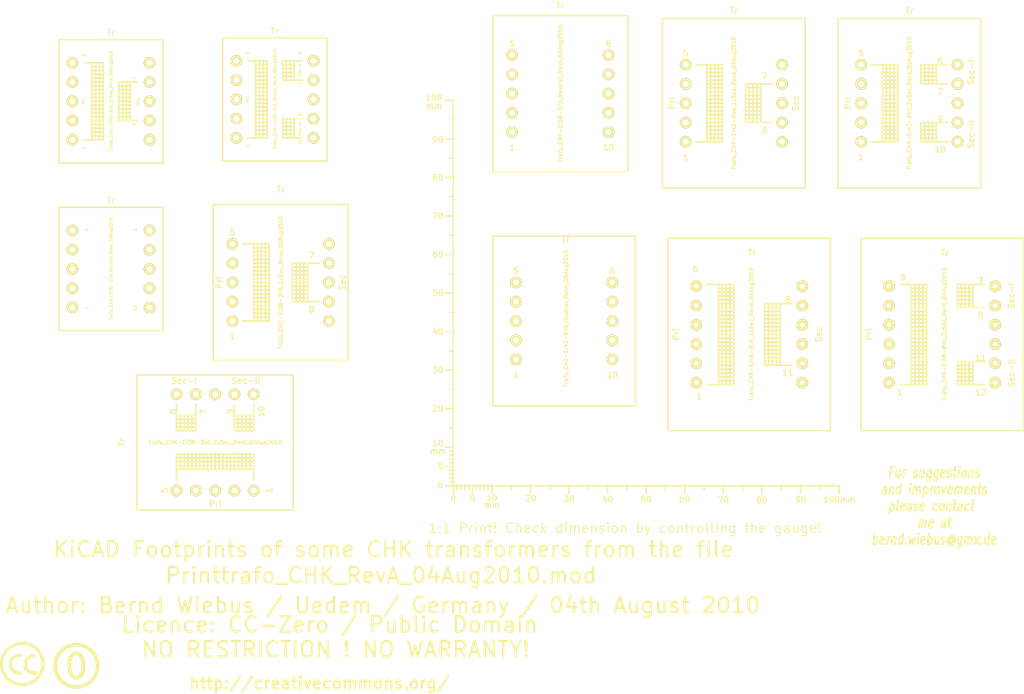
<source format=kicad_pcb>
(kicad_pcb (version 3) (host pcbnew "(2013-03-30 BZR 4007)-stable")

  (general
    (links 0)
    (no_connects 0)
    (area -16.90696 22.0516 274.02378 197.1694)
    (thickness 1.6002)
    (drawings 7)
    (tracks 0)
    (zones 0)
    (modules 14)
    (nets 1)
  )

  (page A4)
  (layers
    (15 Vorderseite signal)
    (0 Rückseite signal)
    (16 B.Adhes user)
    (17 F.Adhes user)
    (18 B.Paste user)
    (19 F.Paste user)
    (20 B.SilkS user)
    (21 F.SilkS user)
    (22 B.Mask user)
    (23 F.Mask user)
    (24 Dwgs.User user)
    (25 Cmts.User user)
    (26 Eco1.User user)
    (27 Eco2.User user)
    (28 Edge.Cuts user)
  )

  (setup
    (last_trace_width 0.2032)
    (trace_clearance 0.254)
    (zone_clearance 0.508)
    (zone_45_only no)
    (trace_min 0.2032)
    (segment_width 0.381)
    (edge_width 0.381)
    (via_size 0.889)
    (via_drill 0.635)
    (via_min_size 0.889)
    (via_min_drill 0.508)
    (uvia_size 0.508)
    (uvia_drill 0.127)
    (uvias_allowed no)
    (uvia_min_size 0.508)
    (uvia_min_drill 0.127)
    (pcb_text_width 0.3048)
    (pcb_text_size 1.524 2.032)
    (mod_edge_width 0.381)
    (mod_text_size 1.524 1.524)
    (mod_text_width 0.3048)
    (pad_size 1.524 1.524)
    (pad_drill 0.8128)
    (pad_to_mask_clearance 0.254)
    (aux_axis_origin 0 0)
    (visible_elements 7FFFFFFF)
    (pcbplotparams
      (layerselection 3178497)
      (usegerberextensions true)
      (excludeedgelayer true)
      (linewidth 60)
      (plotframeref false)
      (viasonmask false)
      (mode 1)
      (useauxorigin false)
      (hpglpennumber 1)
      (hpglpenspeed 20)
      (hpglpendiameter 15)
      (hpglpenoverlay 0)
      (psnegative false)
      (psa4output false)
      (plotreference true)
      (plotvalue true)
      (plotothertext true)
      (plotinvisibletext false)
      (padsonsilk false)
      (subtractmaskfromsilk false)
      (outputformat 1)
      (mirror false)
      (drillshape 1)
      (scaleselection 1)
      (outputdirectory ""))
  )

  (net 0 "")

  (net_class Default "Dies ist die voreingestellte Netzklasse."
    (clearance 0.254)
    (trace_width 0.2032)
    (via_dia 0.889)
    (via_drill 0.635)
    (uvia_dia 0.508)
    (uvia_drill 0.127)
    (add_net "")
  )

  (module Gauge_100mm_Type2_SilkScreenTop_RevA_Date22Jun2010 (layer Vorderseite) (tedit 4D963937) (tstamp 4D88F07A)
    (at 132.75056 141.2494)
    (descr "Gauge, Massstab, 100mm, SilkScreenTop, Type 2,")
    (tags "Gauge, Massstab, 100mm, SilkScreenTop, Type 2,")
    (path Gauge_100mm_Type2_SilkScreenTop_RevA_Date22Jun2010)
    (fp_text reference MSC (at 4.0005 8.99922) (layer F.SilkS) hide
      (effects (font (size 1.524 1.524) (thickness 0.3048)))
    )
    (fp_text value Gauge_100mm_Type2_SilkScreenTop_RevA_Date22Jun2010 (at 45.9994 8.99922) (layer F.SilkS) hide
      (effects (font (size 1.524 1.524) (thickness 0.3048)))
    )
    (fp_text user mm (at 9.99998 5.00126) (layer F.SilkS)
      (effects (font (size 1.524 1.524) (thickness 0.3048)))
    )
    (fp_text user mm (at -4.0005 -8.99922) (layer F.SilkS)
      (effects (font (size 1.524 1.524) (thickness 0.3048)))
    )
    (fp_text user mm (at -5.00126 -98.5012) (layer F.SilkS)
      (effects (font (size 1.524 1.524) (thickness 0.3048)))
    )
    (fp_text user 10 (at 10.00506 3.0988) (layer F.SilkS)
      (effects (font (size 1.50114 1.50114) (thickness 0.29972)))
    )
    (fp_text user 0 (at 0.00508 3.19786) (layer F.SilkS)
      (effects (font (size 1.39954 1.50114) (thickness 0.29972)))
    )
    (fp_text user 5 (at 5.0038 3.29946) (layer F.SilkS)
      (effects (font (size 1.50114 1.50114) (thickness 0.29972)))
    )
    (fp_text user 20 (at 20.1041 3.29946) (layer F.SilkS)
      (effects (font (size 1.50114 1.50114) (thickness 0.29972)))
    )
    (fp_text user 30 (at 30.00502 3.39852) (layer F.SilkS)
      (effects (font (size 1.50114 1.50114) (thickness 0.29972)))
    )
    (fp_text user 40 (at 40.005 3.50012) (layer F.SilkS)
      (effects (font (size 1.50114 1.50114) (thickness 0.29972)))
    )
    (fp_text user 50 (at 50.00498 3.50012) (layer F.SilkS)
      (effects (font (size 1.50114 1.50114) (thickness 0.29972)))
    )
    (fp_text user 60 (at 60.00496 3.50012) (layer F.SilkS)
      (effects (font (size 1.50114 1.50114) (thickness 0.29972)))
    )
    (fp_text user 70 (at 70.00494 3.70078) (layer F.SilkS)
      (effects (font (size 1.50114 1.50114) (thickness 0.29972)))
    )
    (fp_text user 80 (at 80.00492 3.79984) (layer F.SilkS)
      (effects (font (size 1.50114 1.50114) (thickness 0.29972)))
    )
    (fp_text user 90 (at 90.1065 3.60172) (layer F.SilkS)
      (effects (font (size 1.50114 1.50114) (thickness 0.29972)))
    )
    (fp_text user 100mm (at 100.10648 3.60172) (layer F.SilkS)
      (effects (font (size 1.50114 1.50114) (thickness 0.29972)))
    )
    (fp_line (start 0 -8.99922) (end -1.00076 -8.99922) (layer F.SilkS) (width 0.381))
    (fp_line (start 0 -8.001) (end -1.00076 -8.001) (layer F.SilkS) (width 0.381))
    (fp_line (start 0 -7.00024) (end -1.00076 -7.00024) (layer F.SilkS) (width 0.381))
    (fp_line (start 0 -5.99948) (end -1.00076 -5.99948) (layer F.SilkS) (width 0.381))
    (fp_line (start 0 -4.0005) (end -1.00076 -4.0005) (layer F.SilkS) (width 0.381))
    (fp_line (start 0 -2.99974) (end -1.00076 -2.99974) (layer F.SilkS) (width 0.381))
    (fp_line (start 0 -1.99898) (end -1.00076 -1.99898) (layer F.SilkS) (width 0.381))
    (fp_line (start 0 -1.00076) (end -1.00076 -1.00076) (layer F.SilkS) (width 0.381))
    (fp_line (start 0 0) (end -1.99898 0) (layer F.SilkS) (width 0.381))
    (fp_line (start 0 -5.00126) (end -1.99898 -5.00126) (layer F.SilkS) (width 0.381))
    (fp_line (start 0 -9.99998) (end -1.99898 -9.99998) (layer F.SilkS) (width 0.381))
    (fp_line (start 0 -15.00124) (end -1.00076 -15.00124) (layer F.SilkS) (width 0.381))
    (fp_line (start 0 -19.99996) (end -1.99898 -19.99996) (layer F.SilkS) (width 0.381))
    (fp_line (start 0 -25.00122) (end -1.00076 -25.00122) (layer F.SilkS) (width 0.381))
    (fp_line (start 0 -29.99994) (end -1.99898 -29.99994) (layer F.SilkS) (width 0.381))
    (fp_line (start 0 -35.0012) (end -1.00076 -35.0012) (layer F.SilkS) (width 0.381))
    (fp_line (start 0 -39.99992) (end -1.99898 -39.99992) (layer F.SilkS) (width 0.381))
    (fp_line (start 0 -45.00118) (end -1.00076 -45.00118) (layer F.SilkS) (width 0.381))
    (fp_line (start 0 -49.9999) (end -1.99898 -49.9999) (layer F.SilkS) (width 0.381))
    (fp_line (start 0 -55.00116) (end -1.00076 -55.00116) (layer F.SilkS) (width 0.381))
    (fp_line (start 0 -59.99988) (end -1.99898 -59.99988) (layer F.SilkS) (width 0.381))
    (fp_line (start 0 -65.00114) (end -1.00076 -65.00114) (layer F.SilkS) (width 0.381))
    (fp_line (start 0 -69.99986) (end -1.99898 -69.99986) (layer F.SilkS) (width 0.381))
    (fp_line (start 0 -75.00112) (end -1.00076 -75.00112) (layer F.SilkS) (width 0.381))
    (fp_line (start 0 -79.99984) (end -1.99898 -79.99984) (layer F.SilkS) (width 0.381))
    (fp_line (start 0 -85.0011) (end -1.00076 -85.0011) (layer F.SilkS) (width 0.381))
    (fp_line (start 0 -89.99982) (end -1.99898 -89.99982) (layer F.SilkS) (width 0.381))
    (fp_line (start 0 -95.00108) (end -1.00076 -95.00108) (layer F.SilkS) (width 0.381))
    (fp_line (start 0 0) (end 0 -99.9998) (layer F.SilkS) (width 0.381))
    (fp_line (start 0 -99.9998) (end -1.99898 -99.9998) (layer F.SilkS) (width 0.381))
    (fp_text user 100 (at -4.99872 -100.7491) (layer F.SilkS)
      (effects (font (size 1.50114 1.50114) (thickness 0.29972)))
    )
    (fp_text user 90 (at -4.0005 -89.7509) (layer F.SilkS)
      (effects (font (size 1.50114 1.50114) (thickness 0.29972)))
    )
    (fp_text user 80 (at -4.0005 -79.99984) (layer F.SilkS)
      (effects (font (size 1.50114 1.50114) (thickness 0.29972)))
    )
    (fp_text user 70 (at -4.0005 -69.99986) (layer F.SilkS)
      (effects (font (size 1.50114 1.50114) (thickness 0.29972)))
    )
    (fp_text user 60 (at -4.0005 -59.99988) (layer F.SilkS)
      (effects (font (size 1.50114 1.50114) (thickness 0.29972)))
    )
    (fp_text user 50 (at -4.0005 -49.9999) (layer F.SilkS)
      (effects (font (size 1.50114 1.50114) (thickness 0.34036)))
    )
    (fp_text user 40 (at -4.0005 -39.99992) (layer F.SilkS)
      (effects (font (size 1.50114 1.50114) (thickness 0.29972)))
    )
    (fp_text user 30 (at -4.0005 -29.99994) (layer F.SilkS)
      (effects (font (size 1.50114 1.50114) (thickness 0.29972)))
    )
    (fp_text user 20 (at -4.0005 -19.99996) (layer F.SilkS)
      (effects (font (size 1.50114 1.50114) (thickness 0.29972)))
    )
    (fp_line (start 95.00108 0) (end 95.00108 1.00076) (layer F.SilkS) (width 0.381))
    (fp_line (start 89.99982 0) (end 89.99982 1.99898) (layer F.SilkS) (width 0.381))
    (fp_line (start 85.0011 0) (end 85.0011 1.00076) (layer F.SilkS) (width 0.381))
    (fp_line (start 79.99984 0) (end 79.99984 1.99898) (layer F.SilkS) (width 0.381))
    (fp_line (start 75.00112 0) (end 75.00112 1.00076) (layer F.SilkS) (width 0.381))
    (fp_line (start 69.99986 0) (end 69.99986 1.99898) (layer F.SilkS) (width 0.381))
    (fp_line (start 65.00114 0) (end 65.00114 1.00076) (layer F.SilkS) (width 0.381))
    (fp_line (start 59.99988 0) (end 59.99988 1.99898) (layer F.SilkS) (width 0.381))
    (fp_line (start 55.00116 0) (end 55.00116 1.00076) (layer F.SilkS) (width 0.381))
    (fp_line (start 49.9999 0) (end 49.9999 1.99898) (layer F.SilkS) (width 0.381))
    (fp_line (start 45.00118 0) (end 45.00118 1.00076) (layer F.SilkS) (width 0.381))
    (fp_line (start 39.99992 0) (end 39.99992 1.99898) (layer F.SilkS) (width 0.381))
    (fp_line (start 35.0012 0) (end 35.0012 1.00076) (layer F.SilkS) (width 0.381))
    (fp_line (start 29.99994 0) (end 29.99994 1.99898) (layer F.SilkS) (width 0.381))
    (fp_line (start 25.00122 0) (end 25.00122 1.00076) (layer F.SilkS) (width 0.381))
    (fp_line (start 19.99996 0) (end 19.99996 1.99898) (layer F.SilkS) (width 0.381))
    (fp_line (start 15.00124 0) (end 15.00124 1.00076) (layer F.SilkS) (width 0.381))
    (fp_line (start 9.99998 0) (end 99.9998 0) (layer F.SilkS) (width 0.381))
    (fp_line (start 99.9998 0) (end 99.9998 1.99898) (layer F.SilkS) (width 0.381))
    (fp_text user 5 (at -3.302 -5.10286) (layer F.SilkS)
      (effects (font (size 1.50114 1.50114) (thickness 0.29972)))
    )
    (fp_text user 0 (at -3.4036 -0.10414) (layer F.SilkS)
      (effects (font (size 1.50114 1.50114) (thickness 0.29972)))
    )
    (fp_text user 10 (at -4.0005 -11.00074) (layer F.SilkS)
      (effects (font (size 1.50114 1.50114) (thickness 0.29972)))
    )
    (fp_line (start 8.99922 0) (end 8.99922 1.00076) (layer F.SilkS) (width 0.381))
    (fp_line (start 8.001 0) (end 8.001 1.00076) (layer F.SilkS) (width 0.381))
    (fp_line (start 7.00024 0) (end 7.00024 1.00076) (layer F.SilkS) (width 0.381))
    (fp_line (start 5.99948 0) (end 5.99948 1.00076) (layer F.SilkS) (width 0.381))
    (fp_line (start 4.0005 0) (end 4.0005 1.00076) (layer F.SilkS) (width 0.381))
    (fp_line (start 2.99974 0) (end 2.99974 1.00076) (layer F.SilkS) (width 0.381))
    (fp_line (start 1.99898 0) (end 1.99898 1.00076) (layer F.SilkS) (width 0.381))
    (fp_line (start 1.00076 0) (end 1.00076 1.00076) (layer F.SilkS) (width 0.381))
    (fp_line (start 5.00126 0) (end 5.00126 1.99898) (layer F.SilkS) (width 0.381))
    (fp_line (start 0 0) (end 0 1.99898) (layer F.SilkS) (width 0.381))
    (fp_line (start 0 0) (end 9.99998 0) (layer F.SilkS) (width 0.381))
    (fp_line (start 9.99998 0) (end 9.99998 1.99898) (layer F.SilkS) (width 0.381))
  )

  (module Symbol_CC-PublicDomain_SilkScreenTop_Big (layer Vorderseite) (tedit 515D641F) (tstamp 515F0B64)
    (at 35 188)
    (descr "Symbol, CC-PublicDomain, SilkScreen Top, Big,")
    (tags "Symbol, CC-PublicDomain, SilkScreen Top, Big,")
    (path Symbol_CC-Noncommercial_CopperTop_Big)
    (fp_text reference Sym (at 0.59944 -7.29996) (layer F.SilkS) hide
      (effects (font (size 1.524 1.524) (thickness 0.3048)))
    )
    (fp_text value Symbol_CC-PublicDomain_SilkScreenTop_Big (at 0.59944 8.001) (layer F.SilkS) hide
      (effects (font (size 1.524 1.524) (thickness 0.3048)))
    )
    (fp_circle (center 0 0) (end 5.8 -0.05) (layer F.SilkS) (width 0.381))
    (fp_circle (center 0 0) (end 5.5 0) (layer F.SilkS) (width 0.381))
    (fp_circle (center 0.05 0) (end 5.25 0) (layer F.SilkS) (width 0.381))
    (fp_line (start 1.1 -2.5) (end 1.4 -1.9) (layer F.SilkS) (width 0.381))
    (fp_line (start -1.8 1.2) (end -1.6 1.9) (layer F.SilkS) (width 0.381))
    (fp_line (start -1.6 1.9) (end -1.2 2.5) (layer F.SilkS) (width 0.381))
    (fp_line (start 0 -3) (end 0.75 -2.75) (layer F.SilkS) (width 0.381))
    (fp_line (start 0.75 -2.75) (end 1 -2.25) (layer F.SilkS) (width 0.381))
    (fp_line (start 1 -2.25) (end 1.5 -1) (layer F.SilkS) (width 0.381))
    (fp_line (start 1.5 -1) (end 1.5 -0.5) (layer F.SilkS) (width 0.381))
    (fp_line (start 1.5 -0.5) (end 1.5 0.5) (layer F.SilkS) (width 0.381))
    (fp_line (start 1.5 0.5) (end 1.25 1.5) (layer F.SilkS) (width 0.381))
    (fp_line (start 1.25 1.5) (end 0.75 2.5) (layer F.SilkS) (width 0.381))
    (fp_line (start 0.75 2.5) (end 0.25 2.75) (layer F.SilkS) (width 0.381))
    (fp_line (start 0.25 2.75) (end -0.25 2.75) (layer F.SilkS) (width 0.381))
    (fp_line (start -0.25 2.75) (end -0.75 2.5) (layer F.SilkS) (width 0.381))
    (fp_line (start -0.75 2.5) (end -1.25 1.75) (layer F.SilkS) (width 0.381))
    (fp_line (start -1.25 1.75) (end -1.5 0.75) (layer F.SilkS) (width 0.381))
    (fp_line (start -1.5 0.75) (end -1.5 -0.75) (layer F.SilkS) (width 0.381))
    (fp_line (start -1.5 -0.75) (end -1.25 -1.75) (layer F.SilkS) (width 0.381))
    (fp_line (start -1.25 -1.75) (end -1 -2.5) (layer F.SilkS) (width 0.381))
    (fp_line (start -1 -2.5) (end -0.3 -2.9) (layer F.SilkS) (width 0.381))
    (fp_line (start -0.3 -2.9) (end 0.2 -3) (layer F.SilkS) (width 0.381))
    (fp_line (start 0.2 -3) (end 0.8 -3) (layer F.SilkS) (width 0.381))
    (fp_line (start 0.8 -3) (end 1.4 -2.3) (layer F.SilkS) (width 0.381))
    (fp_line (start 1.4 -2.3) (end 1.6 -1.4) (layer F.SilkS) (width 0.381))
    (fp_line (start 1.6 -1.4) (end 1.7 -0.3) (layer F.SilkS) (width 0.381))
    (fp_line (start 1.7 -0.3) (end 1.7 0.9) (layer F.SilkS) (width 0.381))
    (fp_line (start 1.7 0.9) (end 1.4 1.8) (layer F.SilkS) (width 0.381))
    (fp_line (start 1.4 1.8) (end 1 2.7) (layer F.SilkS) (width 0.381))
    (fp_line (start 1 2.7) (end 0.5 3) (layer F.SilkS) (width 0.381))
    (fp_line (start 0.5 3) (end -0.4 3) (layer F.SilkS) (width 0.381))
    (fp_line (start -0.4 3) (end -1.3 2.3) (layer F.SilkS) (width 0.381))
    (fp_line (start -1.3 2.3) (end -1.7 1) (layer F.SilkS) (width 0.381))
    (fp_line (start -1.7 1) (end -1.8 -0.7) (layer F.SilkS) (width 0.381))
    (fp_line (start -1.8 -0.7) (end -1.4 -2.2) (layer F.SilkS) (width 0.381))
    (fp_line (start -1.4 -2.2) (end -1 -2.9) (layer F.SilkS) (width 0.381))
    (fp_line (start -1 -2.9) (end -0.2 -3.3) (layer F.SilkS) (width 0.381))
    (fp_line (start -0.2 -3.3) (end 0.7 -3.2) (layer F.SilkS) (width 0.381))
    (fp_line (start 0.7 -3.2) (end 1.3 -3.1) (layer F.SilkS) (width 0.381))
    (fp_line (start 1.3 -3.1) (end 1.7 -2.4) (layer F.SilkS) (width 0.381))
    (fp_line (start 1.7 -2.4) (end 2 -1.6) (layer F.SilkS) (width 0.381))
    (fp_line (start 2 -1.6) (end 2.1 -0.6) (layer F.SilkS) (width 0.381))
    (fp_line (start 2.1 -0.6) (end 2.1 0.3) (layer F.SilkS) (width 0.381))
    (fp_line (start 2.1 0.3) (end 2.1 1.3) (layer F.SilkS) (width 0.381))
    (fp_line (start 2.1 1.3) (end 1.9 1.8) (layer F.SilkS) (width 0.381))
    (fp_line (start 1.9 1.8) (end 1.5 2.6) (layer F.SilkS) (width 0.381))
    (fp_line (start 1.5 2.6) (end 1.1 3) (layer F.SilkS) (width 0.381))
    (fp_line (start 1.1 3) (end 0.4 3.3) (layer F.SilkS) (width 0.381))
    (fp_line (start 0.4 3.3) (end -0.1 3.4) (layer F.SilkS) (width 0.381))
    (fp_line (start -0.1 3.4) (end -0.8 3.2) (layer F.SilkS) (width 0.381))
    (fp_line (start -0.8 3.2) (end -1.5 2.6) (layer F.SilkS) (width 0.381))
    (fp_line (start -1.5 2.6) (end -1.9 1.7) (layer F.SilkS) (width 0.381))
    (fp_line (start -1.9 1.7) (end -2.1 0.4) (layer F.SilkS) (width 0.381))
    (fp_line (start -2.1 0.4) (end -2.1 -0.6) (layer F.SilkS) (width 0.381))
    (fp_line (start -2.1 -0.6) (end -2 -1.6) (layer F.SilkS) (width 0.381))
    (fp_line (start -2 -1.6) (end -1.7 -2.4) (layer F.SilkS) (width 0.381))
    (fp_line (start -1.7 -2.4) (end -1.2 -3.1) (layer F.SilkS) (width 0.381))
    (fp_line (start -1.2 -3.1) (end -0.4 -3.6) (layer F.SilkS) (width 0.381))
    (fp_line (start -0.4 -3.6) (end 0.4 -3.6) (layer F.SilkS) (width 0.381))
    (fp_line (start 0.4 -3.6) (end 1.1 -3.2) (layer F.SilkS) (width 0.381))
    (fp_line (start 1.1 -3.2) (end 1.1 -2.9) (layer F.SilkS) (width 0.381))
    (fp_line (start 1.1 -2.9) (end 1.8 -1.5) (layer F.SilkS) (width 0.381))
    (fp_line (start 1.8 -1.5) (end 1.8 -0.4) (layer F.SilkS) (width 0.381))
    (fp_line (start 1.8 -0.4) (end 1.8 1.1) (layer F.SilkS) (width 0.381))
    (fp_line (start 1.8 1.1) (end 1.2 2.6) (layer F.SilkS) (width 0.381))
    (fp_line (start 1.2 2.6) (end 0.2 3.2) (layer F.SilkS) (width 0.381))
    (fp_line (start 0.2 3.2) (end -0.5 3.2) (layer F.SilkS) (width 0.381))
    (fp_line (start -0.5 3.2) (end -1.1 2.7) (layer F.SilkS) (width 0.381))
    (fp_line (start -1.1 2.7) (end -1.9 0.6) (layer F.SilkS) (width 0.381))
    (fp_line (start -1.9 0.6) (end -1.7 -1.9) (layer F.SilkS) (width 0.381))
  )

  (module Symbol_CreativeCommons_SilkScreenTop_Type2_Big (layer Vorderseite) (tedit 515D640C) (tstamp 515F46B2)
    (at 21 187.5)
    (descr "Symbol, Creative Commons, SilkScreen Top, Type 2, Big,")
    (tags "Symbol, Creative Commons, SilkScreen Top, Type 2, Big,")
    (path Symbol_CreativeCommons_CopperTop_Type2_Big)
    (fp_text reference Sym (at 0.59944 -7.29996) (layer F.SilkS) hide
      (effects (font (size 1.524 1.524) (thickness 0.3048)))
    )
    (fp_text value Symbol_CreativeCommons_Typ2_SilkScreenTop_Big (at 0.59944 8.001) (layer F.SilkS) hide
      (effects (font (size 1.524 1.524) (thickness 0.3048)))
    )
    (fp_line (start -0.70104 2.70002) (end -0.29972 2.60096) (layer F.SilkS) (width 0.381))
    (fp_line (start -0.29972 2.60096) (end -0.20066 2.10058) (layer F.SilkS) (width 0.381))
    (fp_line (start -2.49936 -1.69926) (end -2.70002 -1.6002) (layer F.SilkS) (width 0.381))
    (fp_line (start -2.70002 -1.6002) (end -3.0988 -1.00076) (layer F.SilkS) (width 0.381))
    (fp_line (start -3.0988 -1.00076) (end -3.29946 -0.50038) (layer F.SilkS) (width 0.381))
    (fp_line (start -3.29946 -0.50038) (end -3.40106 0.39878) (layer F.SilkS) (width 0.381))
    (fp_line (start -3.40106 0.39878) (end -3.29946 0.89916) (layer F.SilkS) (width 0.381))
    (fp_line (start -0.19812 2.4003) (end -0.29718 2.59842) (layer F.SilkS) (width 0.381))
    (fp_line (start 3.70078 2.10058) (end 3.79984 2.4003) (layer F.SilkS) (width 0.381))
    (fp_line (start 2.99974 -2.4003) (end 3.29946 -2.30124) (layer F.SilkS) (width 0.381))
    (fp_line (start 3.29946 -2.30124) (end 3.0988 -1.99898) (layer F.SilkS) (width 0.381))
    (fp_line (start 0 -5.40004) (end -0.50038 -5.40004) (layer F.SilkS) (width 0.381))
    (fp_line (start -0.50038 -5.40004) (end -1.30048 -5.10032) (layer F.SilkS) (width 0.381))
    (fp_line (start -1.30048 -5.10032) (end -1.99898 -4.89966) (layer F.SilkS) (width 0.381))
    (fp_line (start -1.99898 -4.89966) (end -2.70002 -4.699) (layer F.SilkS) (width 0.381))
    (fp_line (start -2.70002 -4.699) (end -3.29946 -4.20116) (layer F.SilkS) (width 0.381))
    (fp_line (start -3.29946 -4.20116) (end -4.0005 -3.59918) (layer F.SilkS) (width 0.381))
    (fp_line (start -4.0005 -3.59918) (end -4.50088 -2.99974) (layer F.SilkS) (width 0.381))
    (fp_line (start -4.50088 -2.99974) (end -5.00126 -2.10058) (layer F.SilkS) (width 0.381))
    (fp_line (start -5.00126 -2.10058) (end -5.30098 -1.09982) (layer F.SilkS) (width 0.381))
    (fp_line (start -5.30098 -1.09982) (end -5.40004 0.09906) (layer F.SilkS) (width 0.381))
    (fp_line (start -5.40004 0.09906) (end -5.19938 1.30048) (layer F.SilkS) (width 0.381))
    (fp_line (start -5.19938 1.30048) (end -4.8006 2.4003) (layer F.SilkS) (width 0.381))
    (fp_line (start -4.8006 2.4003) (end -3.79984 3.8989) (layer F.SilkS) (width 0.381))
    (fp_line (start -3.79984 3.8989) (end -2.60096 4.8006) (layer F.SilkS) (width 0.381))
    (fp_line (start -2.60096 4.8006) (end -1.30048 5.30098) (layer F.SilkS) (width 0.381))
    (fp_line (start -1.30048 5.30098) (end 0.09906 5.30098) (layer F.SilkS) (width 0.381))
    (fp_line (start 0.09906 5.30098) (end 1.6002 5.19938) (layer F.SilkS) (width 0.381))
    (fp_line (start 1.6002 5.19938) (end 2.60096 4.699) (layer F.SilkS) (width 0.381))
    (fp_line (start 2.60096 4.699) (end 4.20116 3.40106) (layer F.SilkS) (width 0.381))
    (fp_line (start 4.20116 3.40106) (end 5.00126 1.80086) (layer F.SilkS) (width 0.381))
    (fp_line (start 5.00126 1.80086) (end 5.40004 0.29972) (layer F.SilkS) (width 0.381))
    (fp_line (start 5.40004 0.29972) (end 5.19938 -1.39954) (layer F.SilkS) (width 0.381))
    (fp_line (start 5.19938 -1.39954) (end 4.699 -2.49936) (layer F.SilkS) (width 0.381))
    (fp_line (start 4.699 -2.49936) (end 3.40106 -4.09956) (layer F.SilkS) (width 0.381))
    (fp_line (start 3.40106 -4.09956) (end 2.4003 -4.8006) (layer F.SilkS) (width 0.381))
    (fp_line (start 2.4003 -4.8006) (end 1.39954 -5.19938) (layer F.SilkS) (width 0.381))
    (fp_line (start 1.39954 -5.19938) (end 0 -5.30098) (layer F.SilkS) (width 0.381))
    (fp_line (start 0.60198 -0.70104) (end 0.50292 -0.20066) (layer F.SilkS) (width 0.381))
    (fp_line (start 0.50292 -0.20066) (end 0.50292 0.49784) (layer F.SilkS) (width 0.381))
    (fp_line (start 0.50292 0.49784) (end 0.60198 1.09982) (layer F.SilkS) (width 0.381))
    (fp_line (start 0.60198 1.09982) (end 1.00076 1.69926) (layer F.SilkS) (width 0.381))
    (fp_line (start 1.00076 1.69926) (end 1.50114 2.19964) (layer F.SilkS) (width 0.381))
    (fp_line (start 1.50114 2.19964) (end 2.10058 2.49936) (layer F.SilkS) (width 0.381))
    (fp_line (start 2.10058 2.49936) (end 2.60096 2.59842) (layer F.SilkS) (width 0.381))
    (fp_line (start 2.60096 2.59842) (end 3.00228 2.59842) (layer F.SilkS) (width 0.381))
    (fp_line (start 3.00228 2.59842) (end 3.40106 2.59842) (layer F.SilkS) (width 0.381))
    (fp_line (start 3.40106 2.59842) (end 3.80238 2.49936) (layer F.SilkS) (width 0.381))
    (fp_line (start 3.80238 2.49936) (end 3.70078 2.2987) (layer F.SilkS) (width 0.381))
    (fp_line (start 3.70078 2.2987) (end 2.80162 2.4003) (layer F.SilkS) (width 0.381))
    (fp_line (start 2.80162 2.4003) (end 1.80086 2.09804) (layer F.SilkS) (width 0.381))
    (fp_line (start 1.80086 2.09804) (end 1.20142 1.6002) (layer F.SilkS) (width 0.381))
    (fp_line (start 1.20142 1.6002) (end 0.80264 0.6985) (layer F.SilkS) (width 0.381))
    (fp_line (start 0.80264 0.6985) (end 0.70104 -0.29972) (layer F.SilkS) (width 0.381))
    (fp_line (start 0.70104 -0.29972) (end 1.00076 -1.00076) (layer F.SilkS) (width 0.381))
    (fp_line (start 1.00076 -1.00076) (end 1.60274 -1.7018) (layer F.SilkS) (width 0.381))
    (fp_line (start 1.60274 -1.7018) (end 2.30124 -2.10058) (layer F.SilkS) (width 0.381))
    (fp_line (start 2.30124 -2.10058) (end 3.00228 -2.10058) (layer F.SilkS) (width 0.381))
    (fp_line (start 3.00228 -2.10058) (end 3.10134 -1.89992) (layer F.SilkS) (width 0.381))
    (fp_line (start 3.10134 -1.89992) (end 2.5019 -1.89992) (layer F.SilkS) (width 0.381))
    (fp_line (start 2.5019 -1.89992) (end 1.80086 -1.6002) (layer F.SilkS) (width 0.381))
    (fp_line (start 1.80086 -1.6002) (end 1.30048 -1.00076) (layer F.SilkS) (width 0.381))
    (fp_line (start 1.30048 -1.00076) (end 1.00076 -0.40132) (layer F.SilkS) (width 0.381))
    (fp_line (start 1.00076 -0.40132) (end 1.00076 0.09906) (layer F.SilkS) (width 0.381))
    (fp_line (start 1.00076 0.09906) (end 1.00076 0.6985) (layer F.SilkS) (width 0.381))
    (fp_line (start 1.00076 0.6985) (end 1.30048 1.19888) (layer F.SilkS) (width 0.381))
    (fp_line (start 1.30048 1.19888) (end 1.7018 1.69926) (layer F.SilkS) (width 0.381))
    (fp_line (start 1.7018 1.69926) (end 2.30124 1.99898) (layer F.SilkS) (width 0.381))
    (fp_line (start 2.30124 1.99898) (end 2.90068 2.09804) (layer F.SilkS) (width 0.381))
    (fp_line (start 2.90068 2.09804) (end 3.40106 2.09804) (layer F.SilkS) (width 0.381))
    (fp_line (start 3.40106 2.09804) (end 3.70078 1.99898) (layer F.SilkS) (width 0.381))
    (fp_line (start 3.00228 -2.4003) (end 2.40284 -2.4003) (layer F.SilkS) (width 0.381))
    (fp_line (start 2.40284 -2.4003) (end 2.00152 -2.20218) (layer F.SilkS) (width 0.381))
    (fp_line (start 2.00152 -2.20218) (end 1.50114 -2.00152) (layer F.SilkS) (width 0.381))
    (fp_line (start 1.50114 -2.00152) (end 1.10236 -1.6002) (layer F.SilkS) (width 0.381))
    (fp_line (start 1.10236 -1.6002) (end 0.80264 -1.09982) (layer F.SilkS) (width 0.381))
    (fp_line (start 0.80264 -1.09982) (end 0.60198 -0.70104) (layer F.SilkS) (width 0.381))
    (fp_line (start -0.39878 -1.99898) (end -0.89916 -1.99898) (layer F.SilkS) (width 0.381))
    (fp_line (start -0.89916 -1.99898) (end -1.39954 -1.89738) (layer F.SilkS) (width 0.381))
    (fp_line (start -1.39954 -1.89738) (end -1.89992 -1.59766) (layer F.SilkS) (width 0.381))
    (fp_line (start -1.89992 -1.59766) (end -2.4003 -1.19888) (layer F.SilkS) (width 0.381))
    (fp_line (start -2.4003 -1.30048) (end -2.70002 -0.8001) (layer F.SilkS) (width 0.381))
    (fp_line (start -2.70002 -0.8001) (end -2.79908 -0.29972) (layer F.SilkS) (width 0.381))
    (fp_line (start -2.79908 -0.29972) (end -2.79908 0.20066) (layer F.SilkS) (width 0.381))
    (fp_line (start -2.79908 0.20066) (end -2.59842 1.00076) (layer F.SilkS) (width 0.381))
    (fp_line (start -2.69748 1.00076) (end -2.39776 1.39954) (layer F.SilkS) (width 0.381))
    (fp_line (start -2.29616 1.4986) (end -1.79578 1.89992) (layer F.SilkS) (width 0.381))
    (fp_line (start -1.79578 1.89992) (end -1.29794 2.09804) (layer F.SilkS) (width 0.381))
    (fp_line (start -1.29794 2.09804) (end -0.89662 2.19964) (layer F.SilkS) (width 0.381))
    (fp_line (start -0.89662 2.19964) (end -0.49784 2.19964) (layer F.SilkS) (width 0.381))
    (fp_line (start -0.49784 2.19964) (end -0.19812 2.09804) (layer F.SilkS) (width 0.381))
    (fp_line (start -0.19812 2.09804) (end -0.29718 2.4003) (layer F.SilkS) (width 0.381))
    (fp_line (start -0.29718 2.4003) (end -0.89662 2.49936) (layer F.SilkS) (width 0.381))
    (fp_line (start -0.89662 2.49936) (end -1.59766 2.2987) (layer F.SilkS) (width 0.381))
    (fp_line (start -1.59766 2.2987) (end -2.29616 1.79832) (layer F.SilkS) (width 0.381))
    (fp_line (start -2.29616 1.79832) (end -2.79654 1.29794) (layer F.SilkS) (width 0.381))
    (fp_line (start -2.79908 1.39954) (end -2.99974 0.70104) (layer F.SilkS) (width 0.381))
    (fp_line (start -2.99974 0.70104) (end -3.0988 0) (layer F.SilkS) (width 0.381))
    (fp_line (start -3.0988 0) (end -2.99974 -0.59944) (layer F.SilkS) (width 0.381))
    (fp_line (start -2.99974 -0.8001) (end -2.70002 -1.30048) (layer F.SilkS) (width 0.381))
    (fp_line (start -2.70002 -1.09982) (end -2.19964 -1.6002) (layer F.SilkS) (width 0.381))
    (fp_line (start -2.19964 -1.69926) (end -1.69926 -1.99898) (layer F.SilkS) (width 0.381))
    (fp_line (start -1.69926 -1.99898) (end -1.19888 -2.19964) (layer F.SilkS) (width 0.381))
    (fp_line (start -1.19888 -2.19964) (end -0.6985 -2.19964) (layer F.SilkS) (width 0.381))
    (fp_line (start -0.6985 -2.19964) (end -0.29972 -2.19964) (layer F.SilkS) (width 0.381))
    (fp_line (start -0.29972 -2.19964) (end -0.20066 -2.39776) (layer F.SilkS) (width 0.381))
    (fp_line (start -0.20066 -2.39776) (end -0.59944 -2.49936) (layer F.SilkS) (width 0.381))
    (fp_line (start -0.59944 -2.49936) (end -1.00076 -2.49936) (layer F.SilkS) (width 0.381))
    (fp_line (start -1.00076 -2.49936) (end -1.4986 -2.39776) (layer F.SilkS) (width 0.381))
    (fp_line (start -1.4986 -2.39776) (end -2.10058 -2.09804) (layer F.SilkS) (width 0.381))
    (fp_line (start -2.10058 -2.09804) (end -2.59842 -1.69926) (layer F.SilkS) (width 0.381))
    (fp_line (start -2.59842 -1.6002) (end -3.0988 -0.89916) (layer F.SilkS) (width 0.381))
    (fp_line (start -3.0988 -0.89916) (end -3.29946 -0.29972) (layer F.SilkS) (width 0.381))
    (fp_line (start -3.29946 -0.29972) (end -3.29946 0.40132) (layer F.SilkS) (width 0.381))
    (fp_line (start -3.29946 0.40132) (end -3.2004 1.00076) (layer F.SilkS) (width 0.381))
    (fp_line (start -3.29946 0.8001) (end -2.99974 1.39954) (layer F.SilkS) (width 0.381))
    (fp_line (start -2.89814 1.4986) (end -2.49682 1.99898) (layer F.SilkS) (width 0.381))
    (fp_line (start -2.49682 1.99898) (end -1.89738 2.4003) (layer F.SilkS) (width 0.381))
    (fp_line (start -1.89738 2.4003) (end -1.19634 2.59842) (layer F.SilkS) (width 0.381))
    (fp_line (start -1.19634 2.59842) (end -0.69596 2.70002) (layer F.SilkS) (width 0.381))
    (fp_line (start -2.9972 1.19888) (end -2.59842 1.19888) (layer F.SilkS) (width 0.381))
    (fp_circle (center 0 0) (end 5.08 1.016) (layer F.SilkS) (width 0.381))
    (fp_circle (center 0 0) (end 5.588 0) (layer F.SilkS) (width 0.381))
  )

  (module Trafo_CHK-EI30-2VA_1xSec_RevA_05Aug2010 (layer Vorderseite) (tedit 51AF8B14) (tstamp 51AF9286)
    (at 44 41.5)
    (descr "Trafo, Printtrafo, CHK, EI30, 2VA, 1x Sec,")
    (tags "Trafo, Printtrafo, CHK, EI30, 2VA, 1x Sec,")
    (fp_text reference Tr (at 0 -17.78) (layer F.SilkS)
      (effects (font (size 1.524 1.524) (thickness 0.3048)))
    )
    (fp_text value Trafo_CHK-EI30-2VA_1xSec_RevA_05Aug2010 (at 0 0 90) (layer F.SilkS)
      (effects (font (size 0.7493 0.7493) (thickness 0.187325)))
    )
    (fp_text user Sec (at 7.00024 0 90) (layer F.SilkS)
      (effects (font (size 0.7493 0.7493) (thickness 0.18796)))
    )
    (fp_text user Pri (at -7.00024 0 90) (layer F.SilkS)
      (effects (font (size 0.7493 0.7493) (thickness 0.18796)))
    )
    (fp_text user 9 (at 5.99948 6.00202 90) (layer F.SilkS)
      (effects (font (size 0.7493 0.7493) (thickness 0.18796)))
    )
    (fp_text user 7 (at 5.99948 -5.99948 90) (layer F.SilkS)
      (effects (font (size 0.7493 0.7493) (thickness 0.18796)))
    )
    (fp_line (start 1.99898 4.0005) (end 5.00126 4.0005) (layer F.SilkS) (width 0.381))
    (fp_line (start 5.00126 2.99974) (end 1.99898 2.99974) (layer F.SilkS) (width 0.381))
    (fp_line (start 1.99898 1.99898) (end 5.00126 1.99898) (layer F.SilkS) (width 0.381))
    (fp_line (start 5.00126 1.00076) (end 1.99898 1.00076) (layer F.SilkS) (width 0.381))
    (fp_line (start 1.99898 0) (end 5.00126 0) (layer F.SilkS) (width 0.381))
    (fp_line (start 5.00126 -1.00076) (end 1.99898 -1.00076) (layer F.SilkS) (width 0.381))
    (fp_line (start 1.99898 -1.99898) (end 5.00126 -1.99898) (layer F.SilkS) (width 0.381))
    (fp_line (start 5.00126 -2.99974) (end 1.99898 -2.99974) (layer F.SilkS) (width 0.381))
    (fp_line (start 1.99898 -4.0005) (end 5.00126 -4.0005) (layer F.SilkS) (width 0.381))
    (fp_line (start 2.99974 -5.00126) (end 1.99898 -5.00126) (layer F.SilkS) (width 0.381))
    (fp_line (start 1.99898 -5.00126) (end 1.99898 5.00126) (layer F.SilkS) (width 0.381))
    (fp_line (start 1.99898 5.00126) (end 2.99974 5.00126) (layer F.SilkS) (width 0.381))
    (fp_line (start 4.0005 -5.00126) (end 2.99974 -5.00126) (layer F.SilkS) (width 0.381))
    (fp_line (start 2.99974 -5.00126) (end 2.99974 5.00126) (layer F.SilkS) (width 0.381))
    (fp_line (start 2.99974 5.00126) (end 4.0005 5.00126) (layer F.SilkS) (width 0.381))
    (fp_line (start 5.00126 -5.00126) (end 4.0005 -5.00126) (layer F.SilkS) (width 0.381))
    (fp_line (start 4.0005 -5.00126) (end 4.0005 5.00126) (layer F.SilkS) (width 0.381))
    (fp_line (start 4.0005 5.00126) (end 5.00126 5.00126) (layer F.SilkS) (width 0.381))
    (fp_line (start 7.00024 -5.00126) (end 5.00126 -5.00126) (layer F.SilkS) (width 0.381))
    (fp_line (start 5.00126 -5.00126) (end 5.00126 5.00126) (layer F.SilkS) (width 0.381))
    (fp_line (start 5.00126 5.00126) (end 7.00024 5.00126) (layer F.SilkS) (width 0.381))
    (fp_line (start -5.00126 8.99922) (end -1.99898 8.99922) (layer F.SilkS) (width 0.381))
    (fp_line (start -1.99898 8.001) (end -5.00126 8.001) (layer F.SilkS) (width 0.381))
    (fp_line (start -5.00126 7.00024) (end -1.99898 7.00024) (layer F.SilkS) (width 0.381))
    (fp_line (start -1.99898 5.99948) (end -5.00126 5.99948) (layer F.SilkS) (width 0.381))
    (fp_line (start -5.00126 5.00126) (end -1.99898 5.00126) (layer F.SilkS) (width 0.381))
    (fp_line (start -1.99898 4.0005) (end -5.00126 4.0005) (layer F.SilkS) (width 0.381))
    (fp_line (start -5.00126 2.99974) (end -1.99898 2.99974) (layer F.SilkS) (width 0.381))
    (fp_line (start -1.99898 1.99898) (end -5.00126 1.99898) (layer F.SilkS) (width 0.381))
    (fp_line (start -5.00126 1.00076) (end -1.99898 1.00076) (layer F.SilkS) (width 0.381))
    (fp_line (start -1.99898 0) (end -5.00126 0) (layer F.SilkS) (width 0.381))
    (fp_line (start -5.00126 -1.00076) (end -1.99898 -1.00076) (layer F.SilkS) (width 0.381))
    (fp_line (start -1.99898 -1.99898) (end -5.00126 -1.99898) (layer F.SilkS) (width 0.381))
    (fp_line (start -5.00126 -2.99974) (end -1.99898 -2.99974) (layer F.SilkS) (width 0.381))
    (fp_line (start -1.99898 -4.0005) (end -5.00126 -4.0005) (layer F.SilkS) (width 0.381))
    (fp_line (start -5.00126 -5.00126) (end -1.99898 -5.00126) (layer F.SilkS) (width 0.381))
    (fp_line (start -1.99898 -5.99948) (end -5.00126 -5.99948) (layer F.SilkS) (width 0.381))
    (fp_line (start -5.00126 -7.00024) (end -1.99898 -7.00024) (layer F.SilkS) (width 0.381))
    (fp_line (start -1.99898 -8.001) (end -5.00126 -8.001) (layer F.SilkS) (width 0.381))
    (fp_line (start -5.00126 -8.99922) (end -1.99898 -8.99922) (layer F.SilkS) (width 0.381))
    (fp_line (start -2.99974 -9.99998) (end -1.99898 -9.99998) (layer F.SilkS) (width 0.381))
    (fp_line (start -1.99898 -9.99998) (end -1.99898 9.99998) (layer F.SilkS) (width 0.381))
    (fp_line (start -1.99898 9.99998) (end -2.99974 9.99998) (layer F.SilkS) (width 0.381))
    (fp_line (start -4.0005 -9.99998) (end -2.99974 -9.99998) (layer F.SilkS) (width 0.381))
    (fp_line (start -2.99974 -9.99998) (end -2.99974 9.99998) (layer F.SilkS) (width 0.381))
    (fp_line (start -2.99974 9.99998) (end -4.0005 9.99998) (layer F.SilkS) (width 0.381))
    (fp_line (start -5.00126 -9.99998) (end -4.0005 -9.99998) (layer F.SilkS) (width 0.381))
    (fp_line (start -4.0005 -9.99998) (end -4.0005 9.99998) (layer F.SilkS) (width 0.381))
    (fp_line (start -4.0005 9.99998) (end -5.00126 9.99998) (layer F.SilkS) (width 0.381))
    (fp_line (start -7.00024 -9.99998) (end -5.00126 -9.99998) (layer F.SilkS) (width 0.381))
    (fp_line (start -5.00126 -9.99998) (end -5.00126 9.99998) (layer F.SilkS) (width 0.381))
    (fp_line (start -5.00126 9.99998) (end -7.00024 9.99998) (layer F.SilkS) (width 0.381))
    (fp_text user 5 (at -7.00024 -11.99896 90) (layer F.SilkS)
      (effects (font (size 0.7493 0.7493) (thickness 0.18796)))
    )
    (fp_text user 1 (at -7.00024 11.99896 90) (layer F.SilkS)
      (effects (font (size 0.7493 0.7493) (thickness 0.18796)))
    )
    (fp_line (start -13.5001 15.99946) (end 13.5001 15.99946) (layer F.SilkS) (width 0.381))
    (fp_line (start 13.5001 15.99946) (end 13.5001 -15.99946) (layer F.SilkS) (width 0.381))
    (fp_line (start 13.5001 -15.99946) (end -13.5001 -15.99946) (layer F.SilkS) (width 0.381))
    (fp_line (start -13.5001 -15.99946) (end -13.5001 15.99946) (layer F.SilkS) (width 0.381))
    (pad 1 thru_hole circle (at -9.99998 9.99998) (size 2.99974 2.99974) (drill 1.50114)
      (layers *.Cu *.Mask F.SilkS)
    )
    (pad 2 thru_hole circle (at -9.99998 5.00126) (size 2.99974 2.99974) (drill 1.50114)
      (layers *.Cu *.Mask F.SilkS)
    )
    (pad 3 thru_hole circle (at -9.99998 0) (size 2.99974 2.99974) (drill 1.50114)
      (layers *.Cu *.Mask F.SilkS)
    )
    (pad 4 thru_hole circle (at -9.99998 -5.00126) (size 2.99974 2.99974) (drill 1.50114)
      (layers *.Cu *.Mask F.SilkS)
    )
    (pad 5 thru_hole circle (at -9.99998 -9.99998) (size 2.99974 2.99974) (drill 1.50114)
      (layers *.Cu *.Mask F.SilkS)
    )
    (pad 6 thru_hole circle (at 9.99998 -9.99998) (size 2.99974 2.99974) (drill 1.50114)
      (layers *.Cu *.Mask F.SilkS)
    )
    (pad 7 thru_hole circle (at 9.99998 -5.00126) (size 2.99974 2.99974) (drill 1.50114)
      (layers *.Cu *.Mask F.SilkS)
    )
    (pad 8 thru_hole circle (at 9.99998 0) (size 2.99974 2.99974) (drill 1.50114)
      (layers *.Cu *.Mask F.SilkS)
    )
    (pad 9 thru_hole circle (at 9.99998 5.00126) (size 2.99974 2.99974) (drill 1.50114)
      (layers *.Cu *.Mask F.SilkS)
    )
    (pad 10 thru_hole circle (at 9.99998 9.99998) (size 2.99974 2.99974) (drill 1.50114)
      (layers *.Cu *.Mask F.SilkS)
    )
  )

  (module Trafo_CHK-EI30-2VA_2xSec_RevA_05Aug2010 (layer Vorderseite) (tedit 51AF8B26) (tstamp 51AF9AE6)
    (at 86.5 41)
    (descr "Trafo, Printtrafo, CHK, EI30, 2VA, 2x Sec,")
    (tags "Trafo, Printtrafo, CHK, EI30, 2VA, 2x Sec,")
    (fp_text reference Tr (at 0 -17.78) (layer F.SilkS)
      (effects (font (size 1.524 1.524) (thickness 0.3048)))
    )
    (fp_text value Trafo_CHK-EI30-2VA_2xSec_RevA_05Aug2010 (at 0 0 90) (layer F.SilkS)
      (effects (font (size 0.7493 0.7493) (thickness 0.187325)))
    )
    (fp_text user Sec-II (at 6.49986 7.50062 90) (layer F.SilkS)
      (effects (font (size 0.7493 0.7493) (thickness 0.18796)))
    )
    (fp_text user Sec-I (at 6.49986 -7.50062 90) (layer F.SilkS)
      (effects (font (size 0.7493 0.7493) (thickness 0.18796)))
    )
    (fp_text user 10 (at 6.49986 11.00074 90) (layer F.SilkS)
      (effects (font (size 0.7493 0.7493) (thickness 0.18796)))
    )
    (fp_text user 9 (at 6.49986 4.0005 90) (layer F.SilkS)
      (effects (font (size 0.7493 0.7493) (thickness 0.18796)))
    )
    (fp_text user 7 (at 6.49986 -4.0005 90) (layer F.SilkS)
      (effects (font (size 0.7493 0.7493) (thickness 0.18796)))
    )
    (fp_text user 6 (at 6.49986 -11.99896 90) (layer F.SilkS)
      (effects (font (size 0.7493 0.7493) (thickness 0.18796)))
    )
    (fp_line (start 5.00126 8.99922) (end 1.99898 8.99922) (layer F.SilkS) (width 0.381))
    (fp_line (start 1.99898 8.001) (end 5.00126 8.001) (layer F.SilkS) (width 0.381))
    (fp_line (start 5.00126 7.00024) (end 1.99898 7.00024) (layer F.SilkS) (width 0.381))
    (fp_line (start 1.99898 5.99948) (end 5.00126 5.99948) (layer F.SilkS) (width 0.381))
    (fp_line (start 2.99974 5.00126) (end 2.99974 9.99998) (layer F.SilkS) (width 0.381))
    (fp_line (start 5.00126 9.99998) (end 4.0005 9.99998) (layer F.SilkS) (width 0.381))
    (fp_line (start 4.0005 9.99998) (end 4.0005 5.00126) (layer F.SilkS) (width 0.381))
    (fp_line (start 5.00126 5.00126) (end 5.00126 9.99998) (layer F.SilkS) (width 0.381))
    (fp_line (start 7.00024 5.00126) (end 1.99898 5.00126) (layer F.SilkS) (width 0.381))
    (fp_line (start 1.99898 5.00126) (end 1.99898 9.99998) (layer F.SilkS) (width 0.381))
    (fp_line (start 1.99898 9.99998) (end 7.00024 9.99998) (layer F.SilkS) (width 0.381))
    (fp_line (start 5.00126 -5.99948) (end 1.99898 -5.99948) (layer F.SilkS) (width 0.381))
    (fp_line (start 1.99898 -7.00024) (end 5.00126 -7.00024) (layer F.SilkS) (width 0.381))
    (fp_line (start 5.00126 -8.001) (end 1.99898 -8.001) (layer F.SilkS) (width 0.381))
    (fp_line (start 1.99898 -8.99922) (end 5.00126 -8.99922) (layer F.SilkS) (width 0.381))
    (fp_line (start 2.99974 -9.99998) (end 1.99898 -9.99998) (layer F.SilkS) (width 0.381))
    (fp_line (start 1.99898 -9.99998) (end 1.99898 -5.00126) (layer F.SilkS) (width 0.381))
    (fp_line (start 1.99898 -5.00126) (end 2.99974 -5.00126) (layer F.SilkS) (width 0.381))
    (fp_line (start 4.0005 -9.99998) (end 2.99974 -9.99998) (layer F.SilkS) (width 0.381))
    (fp_line (start 2.99974 -9.99998) (end 2.99974 -5.00126) (layer F.SilkS) (width 0.381))
    (fp_line (start 2.99974 -5.00126) (end 4.0005 -5.00126) (layer F.SilkS) (width 0.381))
    (fp_line (start 5.00126 -9.99998) (end 4.0005 -9.99998) (layer F.SilkS) (width 0.381))
    (fp_line (start 4.0005 -9.99998) (end 4.0005 -5.00126) (layer F.SilkS) (width 0.381))
    (fp_line (start 4.0005 -5.00126) (end 5.00126 -5.00126) (layer F.SilkS) (width 0.381))
    (fp_line (start 7.00024 -9.99998) (end 5.00126 -9.99998) (layer F.SilkS) (width 0.381))
    (fp_line (start 5.00126 -9.99998) (end 5.00126 -5.00126) (layer F.SilkS) (width 0.381))
    (fp_line (start 5.00126 -5.00126) (end 7.00024 -5.00126) (layer F.SilkS) (width 0.381))
    (fp_text user Pri (at -7.00024 0 90) (layer F.SilkS)
      (effects (font (size 0.7493 0.7493) (thickness 0.18796)))
    )
    (fp_line (start -5.00126 8.99922) (end -1.99898 8.99922) (layer F.SilkS) (width 0.381))
    (fp_line (start -1.99898 8.001) (end -5.00126 8.001) (layer F.SilkS) (width 0.381))
    (fp_line (start -5.00126 7.00024) (end -1.99898 7.00024) (layer F.SilkS) (width 0.381))
    (fp_line (start -1.99898 5.99948) (end -5.00126 5.99948) (layer F.SilkS) (width 0.381))
    (fp_line (start -5.00126 5.00126) (end -1.99898 5.00126) (layer F.SilkS) (width 0.381))
    (fp_line (start -1.99898 4.0005) (end -5.00126 4.0005) (layer F.SilkS) (width 0.381))
    (fp_line (start -5.00126 2.99974) (end -1.99898 2.99974) (layer F.SilkS) (width 0.381))
    (fp_line (start -1.99898 1.99898) (end -5.00126 1.99898) (layer F.SilkS) (width 0.381))
    (fp_line (start -5.00126 1.00076) (end -1.99898 1.00076) (layer F.SilkS) (width 0.381))
    (fp_line (start -1.99898 0) (end -5.00126 0) (layer F.SilkS) (width 0.381))
    (fp_line (start -5.00126 -1.00076) (end -1.99898 -1.00076) (layer F.SilkS) (width 0.381))
    (fp_line (start -1.99898 -1.99898) (end -5.00126 -1.99898) (layer F.SilkS) (width 0.381))
    (fp_line (start -5.00126 -2.99974) (end -1.99898 -2.99974) (layer F.SilkS) (width 0.381))
    (fp_line (start -1.99898 -4.0005) (end -5.00126 -4.0005) (layer F.SilkS) (width 0.381))
    (fp_line (start -5.00126 -5.00126) (end -1.99898 -5.00126) (layer F.SilkS) (width 0.381))
    (fp_line (start -1.99898 -5.99948) (end -5.00126 -5.99948) (layer F.SilkS) (width 0.381))
    (fp_line (start -5.00126 -7.00024) (end -1.99898 -7.00024) (layer F.SilkS) (width 0.381))
    (fp_line (start -1.99898 -8.001) (end -5.00126 -8.001) (layer F.SilkS) (width 0.381))
    (fp_line (start -5.00126 -8.99922) (end -1.99898 -8.99922) (layer F.SilkS) (width 0.381))
    (fp_line (start -2.99974 -9.99998) (end -1.99898 -9.99998) (layer F.SilkS) (width 0.381))
    (fp_line (start -1.99898 -9.99998) (end -1.99898 9.99998) (layer F.SilkS) (width 0.381))
    (fp_line (start -1.99898 9.99998) (end -2.99974 9.99998) (layer F.SilkS) (width 0.381))
    (fp_line (start -4.0005 -9.99998) (end -2.99974 -9.99998) (layer F.SilkS) (width 0.381))
    (fp_line (start -2.99974 -9.99998) (end -2.99974 9.99998) (layer F.SilkS) (width 0.381))
    (fp_line (start -2.99974 9.99998) (end -4.0005 9.99998) (layer F.SilkS) (width 0.381))
    (fp_line (start -5.00126 -9.99998) (end -4.0005 -9.99998) (layer F.SilkS) (width 0.381))
    (fp_line (start -4.0005 -9.99998) (end -4.0005 9.99998) (layer F.SilkS) (width 0.381))
    (fp_line (start -4.0005 9.99998) (end -5.00126 9.99998) (layer F.SilkS) (width 0.381))
    (fp_line (start -7.00024 -9.99998) (end -5.00126 -9.99998) (layer F.SilkS) (width 0.381))
    (fp_line (start -5.00126 -9.99998) (end -5.00126 9.99998) (layer F.SilkS) (width 0.381))
    (fp_line (start -5.00126 9.99998) (end -7.00024 9.99998) (layer F.SilkS) (width 0.381))
    (fp_text user 5 (at -7.00024 -11.99896 90) (layer F.SilkS)
      (effects (font (size 0.7493 0.7493) (thickness 0.18796)))
    )
    (fp_text user 1 (at -7.00024 11.99896 90) (layer F.SilkS)
      (effects (font (size 0.7493 0.7493) (thickness 0.18796)))
    )
    (fp_line (start -13.5001 15.99946) (end 13.5001 15.99946) (layer F.SilkS) (width 0.381))
    (fp_line (start 13.5001 15.99946) (end 13.5001 -15.99946) (layer F.SilkS) (width 0.381))
    (fp_line (start 13.5001 -15.99946) (end -13.5001 -15.99946) (layer F.SilkS) (width 0.381))
    (fp_line (start -13.5001 -15.99946) (end -13.5001 15.99946) (layer F.SilkS) (width 0.381))
    (pad 1 thru_hole circle (at -9.99998 9.99998) (size 2.99974 2.99974) (drill 1.50114)
      (layers *.Cu *.Mask F.SilkS)
    )
    (pad 2 thru_hole circle (at -9.99998 5.00126) (size 2.99974 2.99974) (drill 1.50114)
      (layers *.Cu *.Mask F.SilkS)
    )
    (pad 3 thru_hole circle (at -9.99998 0) (size 2.99974 2.99974) (drill 1.50114)
      (layers *.Cu *.Mask F.SilkS)
    )
    (pad 4 thru_hole circle (at -9.99998 -5.00126) (size 2.99974 2.99974) (drill 1.50114)
      (layers *.Cu *.Mask F.SilkS)
    )
    (pad 5 thru_hole circle (at -9.99998 -9.99998) (size 2.99974 2.99974) (drill 1.50114)
      (layers *.Cu *.Mask F.SilkS)
    )
    (pad 6 thru_hole circle (at 9.99998 -9.99998) (size 2.99974 2.99974) (drill 1.50114)
      (layers *.Cu *.Mask F.SilkS)
    )
    (pad 7 thru_hole circle (at 9.99998 -5.00126) (size 2.99974 2.99974) (drill 1.50114)
      (layers *.Cu *.Mask F.SilkS)
    )
    (pad 8 thru_hole circle (at 9.99998 0) (size 2.99974 2.99974) (drill 1.50114)
      (layers *.Cu *.Mask F.SilkS)
    )
    (pad 9 thru_hole circle (at 9.99998 5.00126) (size 2.99974 2.99974) (drill 1.50114)
      (layers *.Cu *.Mask F.SilkS)
    )
    (pad 10 thru_hole circle (at 9.99998 9.99998) (size 2.99974 2.99974) (drill 1.50114)
      (layers *.Cu *.Mask F.SilkS)
    )
  )

  (module Trafo_CHK-EI30-2VA_Neutral_RevA_05Aug2010 (layer Vorderseite) (tedit 51AF8B32) (tstamp 51AFA2DA)
    (at 44 85)
    (descr "Trafo, Printtrafo, CHK, EI30, 2VA, neutral,")
    (tags "Trafo, Printtrafo, CHK, EI30, 2VA, neutral,")
    (fp_text reference Tr (at 0 -17.78) (layer F.SilkS)
      (effects (font (size 1.524 1.524) (thickness 0.3048)))
    )
    (fp_text value Trafo_CHK-EI30-2VA_Neutral_RevA_05Aug2010 (at 0 0 90) (layer F.SilkS)
      (effects (font (size 0.7493 0.7493) (thickness 0.187325)))
    )
    (fp_text user 10 (at 6.35 10.16 90) (layer F.SilkS)
      (effects (font (size 0.7493 0.7493) (thickness 0.18796)))
    )
    (fp_text user 6 (at 6.35 -10.16 90) (layer F.SilkS)
      (effects (font (size 0.7493 0.7493) (thickness 0.18796)))
    )
    (fp_text user 5 (at -6.35 -10.16 90) (layer F.SilkS)
      (effects (font (size 0.7493 0.7493) (thickness 0.18796)))
    )
    (fp_text user 1 (at -6.35 10.16 90) (layer F.SilkS)
      (effects (font (size 0.7493 0.7493) (thickness 0.18796)))
    )
    (fp_line (start -13.5001 15.99946) (end 13.5001 15.99946) (layer F.SilkS) (width 0.381))
    (fp_line (start 13.5001 15.99946) (end 13.5001 -15.99946) (layer F.SilkS) (width 0.381))
    (fp_line (start 13.5001 -15.99946) (end -13.5001 -15.99946) (layer F.SilkS) (width 0.381))
    (fp_line (start -13.5001 -15.99946) (end -13.5001 15.99946) (layer F.SilkS) (width 0.381))
    (pad 1 thru_hole circle (at -9.99998 9.99998) (size 2.99974 2.99974) (drill 1.50114)
      (layers *.Cu *.Mask F.SilkS)
    )
    (pad 2 thru_hole circle (at -9.99998 5.00126) (size 2.99974 2.99974) (drill 1.50114)
      (layers *.Cu *.Mask F.SilkS)
    )
    (pad 3 thru_hole circle (at -9.99998 0) (size 2.99974 2.99974) (drill 1.50114)
      (layers *.Cu *.Mask F.SilkS)
    )
    (pad 4 thru_hole circle (at -9.99998 -5.00126) (size 2.99974 2.99974) (drill 1.50114)
      (layers *.Cu *.Mask F.SilkS)
    )
    (pad 5 thru_hole circle (at -9.99998 -9.99998) (size 2.99974 2.99974) (drill 1.50114)
      (layers *.Cu *.Mask F.SilkS)
    )
    (pad 6 thru_hole circle (at 9.99998 -9.99998) (size 2.99974 2.99974) (drill 1.50114)
      (layers *.Cu *.Mask F.SilkS)
    )
    (pad 7 thru_hole circle (at 9.99998 -5.00126) (size 2.99974 2.99974) (drill 1.50114)
      (layers *.Cu *.Mask F.SilkS)
    )
    (pad 8 thru_hole circle (at 9.99998 0) (size 2.99974 2.99974) (drill 1.50114)
      (layers *.Cu *.Mask F.SilkS)
    )
    (pad 9 thru_hole circle (at 9.99998 5.00126) (size 2.99974 2.99974) (drill 1.50114)
      (layers *.Cu *.Mask F.SilkS)
    )
    (pad 10 thru_hole circle (at 9.99998 9.99998) (size 2.99974 2.99974) (drill 1.50114)
      (layers *.Cu *.Mask F.SilkS)
    )
  )

  (module Trafo_CHK-EI38-3VA_1xSec_RevA_05Aug2010 (layer Vorderseite) (tedit 51AF8B45) (tstamp 51AFAAC8)
    (at 88 88.5)
    (descr "Trafo, Printtrafo, CHK, EI38, 3VA, 1x Sec,")
    (tags "Trafo, Printtrafo, CHK, EI38, 3VA, 1x Sec,")
    (fp_text reference Tr (at 0 -24.13) (layer F.SilkS)
      (effects (font (size 1.524 1.524) (thickness 0.3048)))
    )
    (fp_text value Trafo_CHK-EI38-3VA_1xSec_RevA_05Aug2010 (at 0 0 90) (layer F.SilkS)
      (effects (font (size 1.00076 1.00076) (thickness 0.25019)))
    )
    (fp_line (start -17.5006 20.24888) (end 17.5006 20.24888) (layer F.SilkS) (width 0.381))
    (fp_line (start 17.5006 20.24888) (end 17.5006 -20.24888) (layer F.SilkS) (width 0.381))
    (fp_line (start 17.5006 -20.24888) (end -17.5006 -20.24888) (layer F.SilkS) (width 0.381))
    (fp_line (start -17.5006 -20.24888) (end -17.5006 20.24888) (layer F.SilkS) (width 0.381))
    (fp_text user Sec (at 15.99946 0 90) (layer F.SilkS)
      (effects (font (size 1.524 1.524) (thickness 0.3048)))
    )
    (fp_text user Pri (at -15.99946 0 90) (layer F.SilkS)
      (effects (font (size 1.524 1.524) (thickness 0.3048)))
    )
    (fp_text user 8 (at 8.001 7.00024) (layer F.SilkS)
      (effects (font (size 1.524 1.524) (thickness 0.3048)))
    )
    (fp_text user 7 (at 8.001 -7.00024) (layer F.SilkS)
      (effects (font (size 1.524 1.524) (thickness 0.3048)))
    )
    (fp_line (start 2.99974 4.0005) (end 7.00024 4.0005) (layer F.SilkS) (width 0.381))
    (fp_line (start 7.00024 2.99974) (end 2.99974 2.99974) (layer F.SilkS) (width 0.381))
    (fp_line (start 2.99974 1.99898) (end 7.00024 1.99898) (layer F.SilkS) (width 0.381))
    (fp_line (start 7.00024 1.00076) (end 2.99974 1.00076) (layer F.SilkS) (width 0.381))
    (fp_line (start 2.99974 0) (end 7.00024 0) (layer F.SilkS) (width 0.381))
    (fp_line (start 7.00024 -1.00076) (end 2.99974 -1.00076) (layer F.SilkS) (width 0.381))
    (fp_line (start 2.99974 -1.99898) (end 7.00024 -1.99898) (layer F.SilkS) (width 0.381))
    (fp_line (start 7.00024 -2.99974) (end 2.99974 -2.99974) (layer F.SilkS) (width 0.381))
    (fp_line (start 2.99974 -4.0005) (end 7.00024 -4.0005) (layer F.SilkS) (width 0.381))
    (fp_line (start 4.0005 -5.00126) (end 2.99974 -5.00126) (layer F.SilkS) (width 0.381))
    (fp_line (start 2.99974 -5.00126) (end 2.99974 5.00126) (layer F.SilkS) (width 0.381))
    (fp_line (start 2.99974 5.00126) (end 4.0005 5.00126) (layer F.SilkS) (width 0.381))
    (fp_line (start 5.00126 -5.00126) (end 4.0005 -5.00126) (layer F.SilkS) (width 0.381))
    (fp_line (start 4.0005 -5.00126) (end 4.0005 5.00126) (layer F.SilkS) (width 0.381))
    (fp_line (start 4.0005 5.00126) (end 5.00126 5.00126) (layer F.SilkS) (width 0.381))
    (fp_line (start 5.99948 -5.00126) (end 5.00126 -5.00126) (layer F.SilkS) (width 0.381))
    (fp_line (start 5.00126 -5.00126) (end 5.00126 5.00126) (layer F.SilkS) (width 0.381))
    (fp_line (start 5.00126 5.00126) (end 5.99948 5.00126) (layer F.SilkS) (width 0.381))
    (fp_line (start 7.00024 -5.00126) (end 5.99948 -5.00126) (layer F.SilkS) (width 0.381))
    (fp_line (start 5.99948 -5.00126) (end 5.99948 5.00126) (layer F.SilkS) (width 0.381))
    (fp_line (start 5.99948 5.00126) (end 7.00024 5.00126) (layer F.SilkS) (width 0.381))
    (fp_line (start 9.99998 -5.00126) (end 7.00024 -5.00126) (layer F.SilkS) (width 0.381))
    (fp_line (start 7.00024 -5.00126) (end 7.00024 5.00126) (layer F.SilkS) (width 0.381))
    (fp_line (start 7.00024 5.00126) (end 9.99998 5.00126) (layer F.SilkS) (width 0.381))
    (fp_line (start -7.00024 8.99922) (end -2.99974 8.99922) (layer F.SilkS) (width 0.381))
    (fp_line (start -7.00024 8.001) (end -2.99974 8.001) (layer F.SilkS) (width 0.381))
    (fp_line (start -7.00024 7.00024) (end -2.99974 7.00024) (layer F.SilkS) (width 0.381))
    (fp_line (start -7.00024 5.99948) (end -2.99974 5.99948) (layer F.SilkS) (width 0.381))
    (fp_line (start -7.00024 5.00126) (end -2.99974 5.00126) (layer F.SilkS) (width 0.381))
    (fp_line (start -7.00024 4.0005) (end -2.99974 4.0005) (layer F.SilkS) (width 0.381))
    (fp_line (start -7.00024 2.99974) (end -2.99974 2.99974) (layer F.SilkS) (width 0.381))
    (fp_line (start -7.00024 1.99898) (end -2.99974 1.99898) (layer F.SilkS) (width 0.381))
    (fp_line (start -7.00024 1.00076) (end -2.99974 1.00076) (layer F.SilkS) (width 0.381))
    (fp_line (start -7.00024 0) (end -2.99974 0) (layer F.SilkS) (width 0.381))
    (fp_line (start -7.00024 -1.00076) (end -2.99974 -1.00076) (layer F.SilkS) (width 0.381))
    (fp_line (start -7.00024 -1.99898) (end -2.99974 -1.99898) (layer F.SilkS) (width 0.381))
    (fp_line (start -7.00024 -2.99974) (end -2.99974 -2.99974) (layer F.SilkS) (width 0.381))
    (fp_line (start -7.00024 -4.0005) (end -2.99974 -4.0005) (layer F.SilkS) (width 0.381))
    (fp_line (start -7.00024 -5.00126) (end -2.99974 -5.00126) (layer F.SilkS) (width 0.381))
    (fp_line (start -7.00024 -5.99948) (end -2.99974 -5.99948) (layer F.SilkS) (width 0.381))
    (fp_line (start -7.00024 -7.00024) (end -2.99974 -7.00024) (layer F.SilkS) (width 0.381))
    (fp_line (start -7.00024 -8.001) (end -2.99974 -8.001) (layer F.SilkS) (width 0.381))
    (fp_line (start -7.00024 -8.99922) (end -2.99974 -8.99922) (layer F.SilkS) (width 0.381))
    (fp_line (start -4.0005 -9.99998) (end -2.99974 -9.99998) (layer F.SilkS) (width 0.381))
    (fp_line (start -2.99974 -9.99998) (end -2.99974 9.99998) (layer F.SilkS) (width 0.381))
    (fp_line (start -2.99974 9.99998) (end -4.0005 9.99998) (layer F.SilkS) (width 0.381))
    (fp_line (start -5.00126 -9.99998) (end -4.0005 -9.99998) (layer F.SilkS) (width 0.381))
    (fp_line (start -4.0005 -9.99998) (end -4.0005 9.99998) (layer F.SilkS) (width 0.381))
    (fp_line (start -4.0005 9.99998) (end -5.00126 9.99998) (layer F.SilkS) (width 0.381))
    (fp_line (start -5.99948 -9.99998) (end -5.00126 -9.99998) (layer F.SilkS) (width 0.381))
    (fp_line (start -5.00126 -9.99998) (end -5.00126 9.99998) (layer F.SilkS) (width 0.381))
    (fp_line (start -5.00126 9.99998) (end -5.99948 9.99998) (layer F.SilkS) (width 0.381))
    (fp_line (start -7.00024 -9.99998) (end -5.99948 -9.99998) (layer F.SilkS) (width 0.381))
    (fp_line (start -5.99948 -9.99998) (end -5.99948 9.99998) (layer F.SilkS) (width 0.381))
    (fp_line (start -5.99948 9.99998) (end -7.00024 9.99998) (layer F.SilkS) (width 0.381))
    (fp_line (start -9.99998 -9.99998) (end -7.00024 -9.99998) (layer F.SilkS) (width 0.381))
    (fp_line (start -7.00024 -9.99998) (end -7.00024 9.99998) (layer F.SilkS) (width 0.381))
    (fp_line (start -7.00024 9.99998) (end -9.99998 9.99998) (layer F.SilkS) (width 0.381))
    (fp_text user 5 (at -12.49934 -12.99972) (layer F.SilkS)
      (effects (font (size 1.524 1.524) (thickness 0.3048)))
    )
    (fp_text user 1 (at -12.49934 14.00048) (layer F.SilkS)
      (effects (font (size 1.524 1.524) (thickness 0.3048)))
    )
    (pad 1 thru_hole circle (at -12.49934 9.99998) (size 2.99974 2.99974) (drill 1.50114)
      (layers *.Cu *.Mask F.SilkS)
    )
    (pad 2 thru_hole circle (at -12.49934 5.00126) (size 2.99974 2.99974) (drill 1.50114)
      (layers *.Cu *.Mask F.SilkS)
    )
    (pad 3 thru_hole circle (at -12.49934 0) (size 2.99974 2.99974) (drill 1.50114)
      (layers *.Cu *.Mask F.SilkS)
    )
    (pad 4 thru_hole circle (at -12.49934 -5.00126) (size 2.99974 2.99974) (drill 1.50114)
      (layers *.Cu *.Mask F.SilkS)
    )
    (pad 5 thru_hole circle (at -12.49934 -9.99998) (size 2.99974 2.99974) (drill 1.50114)
      (layers *.Cu *.Mask F.SilkS)
    )
    (pad 6 thru_hole circle (at 12.49934 -9.99998) (size 2.99974 2.99974) (drill 1.50114)
      (layers *.Cu *.Mask F.SilkS)
    )
    (pad 7 thru_hole circle (at 12.49934 -5.00126) (size 2.99974 2.99974) (drill 1.50114)
      (layers *.Cu *.Mask F.SilkS)
    )
    (pad 8 thru_hole circle (at 12.49934 0) (size 2.99974 2.99974) (drill 1.50114)
      (layers *.Cu *.Mask F.SilkS)
    )
    (pad 9 thru_hole circle (at 12.49934 5.00126) (size 2.99974 2.99974) (drill 1.50114)
      (layers *.Cu *.Mask F.SilkS)
    )
    (pad 10 thru_hole circle (at 12.49934 9.99998) (size 2.99974 2.99974) (drill 1.50114)
      (layers *.Cu *.Mask F.SilkS)
    )
  )

  (module Trafo_CHK-EI38-3VA_2xSec_RevA_05Aug2010 (layer Vorderseite) (tedit 51AF8B51) (tstamp 51AFB350)
    (at 71 130 90)
    (descr "Trafo, Printtrafo, CHK, EI38, 3VA, 2x Sec,")
    (tags "Trafo, Printtrafo, CHK, EI38, 3VA, 2x Sec,")
    (fp_text reference Tr (at 0 -24.13 90) (layer F.SilkS)
      (effects (font (size 1.524 1.524) (thickness 0.3048)))
    )
    (fp_text value Trafo_CHK-EI38-3VA_2xSec_RevA_05Aug2010 (at 0 0 180) (layer F.SilkS)
      (effects (font (size 1.00076 1.00076) (thickness 0.25019)))
    )
    (fp_line (start -17.5006 20.24888) (end 17.5006 20.24888) (layer F.SilkS) (width 0.381))
    (fp_line (start 17.5006 20.24888) (end 17.5006 -20.24888) (layer F.SilkS) (width 0.381))
    (fp_line (start 17.5006 -20.24888) (end -17.5006 -20.24888) (layer F.SilkS) (width 0.381))
    (fp_line (start -17.5006 -20.24888) (end -17.5006 20.24888) (layer F.SilkS) (width 0.381))
    (fp_text user Sec-II (at 15.99946 8.001 180) (layer F.SilkS)
      (effects (font (size 1.524 1.524) (thickness 0.3048)))
    )
    (fp_text user Sec-I (at 15.99946 -8.001 180) (layer F.SilkS)
      (effects (font (size 1.524 1.524) (thickness 0.3048)))
    )
    (fp_text user Pri (at -15.99946 0 180) (layer F.SilkS)
      (effects (font (size 1.524 1.524) (thickness 0.3048)))
    )
    (fp_text user 10 (at 8.001 11.99896 90) (layer F.SilkS)
      (effects (font (size 1.524 1.524) (thickness 0.3048)))
    )
    (fp_text user 7 (at 8.001 -2.99974 90) (layer F.SilkS)
      (effects (font (size 1.524 1.524) (thickness 0.3048)))
    )
    (fp_text user 9 (at 8.001 4.0005 90) (layer F.SilkS)
      (effects (font (size 1.524 1.524) (thickness 0.3048)))
    )
    (fp_text user 6 (at 8.001 -11.00074 90) (layer F.SilkS)
      (effects (font (size 1.524 1.524) (thickness 0.3048)))
    )
    (fp_line (start 2.99974 8.99922) (end 7.00024 8.99922) (layer F.SilkS) (width 0.381))
    (fp_line (start 2.99974 8.001) (end 7.00024 8.001) (layer F.SilkS) (width 0.381))
    (fp_line (start 2.99974 7.00024) (end 7.00024 7.00024) (layer F.SilkS) (width 0.381))
    (fp_line (start 2.99974 5.99948) (end 7.00024 5.99948) (layer F.SilkS) (width 0.381))
    (fp_line (start 4.0005 5.00126) (end 2.99974 5.00126) (layer F.SilkS) (width 0.381))
    (fp_line (start 2.99974 5.00126) (end 2.99974 9.99998) (layer F.SilkS) (width 0.381))
    (fp_line (start 2.99974 9.99998) (end 4.0005 9.99998) (layer F.SilkS) (width 0.381))
    (fp_line (start 5.00126 5.00126) (end 4.0005 5.00126) (layer F.SilkS) (width 0.381))
    (fp_line (start 4.0005 5.00126) (end 4.0005 9.99998) (layer F.SilkS) (width 0.381))
    (fp_line (start 4.0005 9.99998) (end 5.00126 9.99998) (layer F.SilkS) (width 0.381))
    (fp_line (start 5.99948 5.00126) (end 5.00126 5.00126) (layer F.SilkS) (width 0.381))
    (fp_line (start 5.00126 5.00126) (end 5.00126 9.99998) (layer F.SilkS) (width 0.381))
    (fp_line (start 5.00126 9.99998) (end 5.99948 9.99998) (layer F.SilkS) (width 0.381))
    (fp_line (start 7.00024 5.00126) (end 5.99948 5.00126) (layer F.SilkS) (width 0.381))
    (fp_line (start 5.99948 5.00126) (end 5.99948 9.99998) (layer F.SilkS) (width 0.381))
    (fp_line (start 5.99948 9.99998) (end 7.00024 9.99998) (layer F.SilkS) (width 0.381))
    (fp_line (start 9.99998 5.00126) (end 7.00024 5.00126) (layer F.SilkS) (width 0.381))
    (fp_line (start 7.00024 5.00126) (end 7.00024 9.99998) (layer F.SilkS) (width 0.381))
    (fp_line (start 7.00024 9.99998) (end 9.99998 9.99998) (layer F.SilkS) (width 0.381))
    (fp_line (start 7.00024 -5.99948) (end 2.99974 -5.99948) (layer F.SilkS) (width 0.381))
    (fp_line (start 2.99974 -7.00024) (end 7.00024 -7.00024) (layer F.SilkS) (width 0.381))
    (fp_line (start 7.00024 -8.001) (end 2.99974 -8.001) (layer F.SilkS) (width 0.381))
    (fp_line (start 2.99974 -8.99922) (end 7.00024 -8.99922) (layer F.SilkS) (width 0.381))
    (fp_line (start 4.0005 -9.99998) (end 2.99974 -9.99998) (layer F.SilkS) (width 0.381))
    (fp_line (start 2.99974 -9.99998) (end 2.99974 -5.00126) (layer F.SilkS) (width 0.381))
    (fp_line (start 2.99974 -5.00126) (end 4.0005 -5.00126) (layer F.SilkS) (width 0.381))
    (fp_line (start 5.00126 -9.99998) (end 4.0005 -9.99998) (layer F.SilkS) (width 0.381))
    (fp_line (start 4.0005 -9.99998) (end 4.0005 -5.00126) (layer F.SilkS) (width 0.381))
    (fp_line (start 4.0005 -5.00126) (end 5.00126 -5.00126) (layer F.SilkS) (width 0.381))
    (fp_line (start 5.99948 -9.99998) (end 5.00126 -9.99998) (layer F.SilkS) (width 0.381))
    (fp_line (start 5.00126 -9.99998) (end 5.00126 -5.00126) (layer F.SilkS) (width 0.381))
    (fp_line (start 5.00126 -5.00126) (end 5.99948 -5.00126) (layer F.SilkS) (width 0.381))
    (fp_line (start 7.00024 -9.99998) (end 5.99948 -9.99998) (layer F.SilkS) (width 0.381))
    (fp_line (start 5.99948 -9.99998) (end 5.99948 -5.00126) (layer F.SilkS) (width 0.381))
    (fp_line (start 5.99948 -5.00126) (end 7.00024 -5.00126) (layer F.SilkS) (width 0.381))
    (fp_line (start 9.99998 -9.99998) (end 7.00024 -9.99998) (layer F.SilkS) (width 0.381))
    (fp_line (start 7.00024 -9.99998) (end 7.00024 -5.00126) (layer F.SilkS) (width 0.381))
    (fp_line (start 7.00024 -5.00126) (end 9.99998 -5.00126) (layer F.SilkS) (width 0.381))
    (fp_line (start -7.00024 8.99922) (end -2.99974 8.99922) (layer F.SilkS) (width 0.381))
    (fp_line (start -7.00024 8.001) (end -2.99974 8.001) (layer F.SilkS) (width 0.381))
    (fp_line (start -7.00024 7.00024) (end -2.99974 7.00024) (layer F.SilkS) (width 0.381))
    (fp_line (start -7.00024 5.99948) (end -2.99974 5.99948) (layer F.SilkS) (width 0.381))
    (fp_line (start -7.00024 5.00126) (end -2.99974 5.00126) (layer F.SilkS) (width 0.381))
    (fp_line (start -7.00024 4.0005) (end -2.99974 4.0005) (layer F.SilkS) (width 0.381))
    (fp_line (start -7.00024 2.99974) (end -2.99974 2.99974) (layer F.SilkS) (width 0.381))
    (fp_line (start -7.00024 1.99898) (end -2.99974 1.99898) (layer F.SilkS) (width 0.381))
    (fp_line (start -7.00024 1.00076) (end -2.99974 1.00076) (layer F.SilkS) (width 0.381))
    (fp_line (start -7.00024 0) (end -2.99974 0) (layer F.SilkS) (width 0.381))
    (fp_line (start -7.00024 -1.00076) (end -2.99974 -1.00076) (layer F.SilkS) (width 0.381))
    (fp_line (start -7.00024 -1.99898) (end -2.99974 -1.99898) (layer F.SilkS) (width 0.381))
    (fp_line (start -7.00024 -2.99974) (end -2.99974 -2.99974) (layer F.SilkS) (width 0.381))
    (fp_line (start -7.00024 -4.0005) (end -2.99974 -4.0005) (layer F.SilkS) (width 0.381))
    (fp_line (start -7.00024 -5.00126) (end -2.99974 -5.00126) (layer F.SilkS) (width 0.381))
    (fp_line (start -7.00024 -5.99948) (end -2.99974 -5.99948) (layer F.SilkS) (width 0.381))
    (fp_line (start -7.00024 -7.00024) (end -2.99974 -7.00024) (layer F.SilkS) (width 0.381))
    (fp_line (start -7.00024 -8.001) (end -2.99974 -8.001) (layer F.SilkS) (width 0.381))
    (fp_line (start -7.00024 -8.99922) (end -2.99974 -8.99922) (layer F.SilkS) (width 0.381))
    (fp_line (start -4.0005 -9.99998) (end -2.99974 -9.99998) (layer F.SilkS) (width 0.381))
    (fp_line (start -2.99974 -9.99998) (end -2.99974 9.99998) (layer F.SilkS) (width 0.381))
    (fp_line (start -2.99974 9.99998) (end -4.0005 9.99998) (layer F.SilkS) (width 0.381))
    (fp_line (start -5.00126 -9.99998) (end -4.0005 -9.99998) (layer F.SilkS) (width 0.381))
    (fp_line (start -4.0005 -9.99998) (end -4.0005 9.99998) (layer F.SilkS) (width 0.381))
    (fp_line (start -4.0005 9.99998) (end -5.00126 9.99998) (layer F.SilkS) (width 0.381))
    (fp_line (start -5.99948 -9.99998) (end -5.00126 -9.99998) (layer F.SilkS) (width 0.381))
    (fp_line (start -5.00126 -9.99998) (end -5.00126 9.99998) (layer F.SilkS) (width 0.381))
    (fp_line (start -5.00126 9.99998) (end -5.99948 9.99998) (layer F.SilkS) (width 0.381))
    (fp_line (start -7.00024 -9.99998) (end -5.99948 -9.99998) (layer F.SilkS) (width 0.381))
    (fp_line (start -5.99948 -9.99998) (end -5.99948 9.99998) (layer F.SilkS) (width 0.381))
    (fp_line (start -5.99948 9.99998) (end -7.00024 9.99998) (layer F.SilkS) (width 0.381))
    (fp_line (start -9.99998 -9.99998) (end -7.00024 -9.99998) (layer F.SilkS) (width 0.381))
    (fp_line (start -7.00024 -9.99998) (end -7.00024 9.99998) (layer F.SilkS) (width 0.381))
    (fp_line (start -7.00024 9.99998) (end -9.99998 9.99998) (layer F.SilkS) (width 0.381))
    (fp_text user 5 (at -12.49934 -12.99972 90) (layer F.SilkS)
      (effects (font (size 1.524 1.524) (thickness 0.3048)))
    )
    (fp_text user 1 (at -12.49934 14.00048 90) (layer F.SilkS)
      (effects (font (size 1.524 1.524) (thickness 0.3048)))
    )
    (pad 1 thru_hole circle (at -12.49934 9.99998 90) (size 2.99974 2.99974) (drill 1.50114)
      (layers *.Cu *.Mask F.SilkS)
    )
    (pad 2 thru_hole circle (at -12.49934 5.00126 90) (size 2.99974 2.99974) (drill 1.50114)
      (layers *.Cu *.Mask F.SilkS)
    )
    (pad 3 thru_hole circle (at -12.49934 0 90) (size 2.99974 2.99974) (drill 1.50114)
      (layers *.Cu *.Mask F.SilkS)
    )
    (pad 4 thru_hole circle (at -12.49934 -5.00126 90) (size 2.99974 2.99974) (drill 1.50114)
      (layers *.Cu *.Mask F.SilkS)
    )
    (pad 5 thru_hole circle (at -12.49934 -9.99998 90) (size 2.99974 2.99974) (drill 1.50114)
      (layers *.Cu *.Mask F.SilkS)
    )
    (pad 6 thru_hole circle (at 12.49934 -9.99998 90) (size 2.99974 2.99974) (drill 1.50114)
      (layers *.Cu *.Mask F.SilkS)
    )
    (pad 7 thru_hole circle (at 12.49934 -5.00126 90) (size 2.99974 2.99974) (drill 1.50114)
      (layers *.Cu *.Mask F.SilkS)
    )
    (pad 8 thru_hole circle (at 12.49934 0 90) (size 2.99974 2.99974) (drill 1.50114)
      (layers *.Cu *.Mask F.SilkS)
    )
    (pad 9 thru_hole circle (at 12.49934 5.00126 90) (size 2.99974 2.99974) (drill 1.50114)
      (layers *.Cu *.Mask F.SilkS)
    )
    (pad 10 thru_hole circle (at 12.49934 9.99998 90) (size 2.99974 2.99974) (drill 1.50114)
      (layers *.Cu *.Mask F.SilkS)
    )
  )

  (module Trafo_CHK-EI38-3VA_Neutral_RevA_05Aug2010 (layer Vorderseite) (tedit 51AF8BAC) (tstamp 51AFBED0)
    (at 160.5 39.5)
    (descr "Trafo, Printtrafo, CHK, EI38, 3VA, neutral,")
    (tags "Trafo, Printtrafo, CHK, EI42, 3VA, neutral,")
    (fp_text reference Tr (at 0 -22.86) (layer F.SilkS)
      (effects (font (size 1.524 1.524) (thickness 0.3048)))
    )
    (fp_text value Trafo_CHK-EI38-3VA_Neutral_RevA_05Aug2010 (at 0 0 90) (layer F.SilkS)
      (effects (font (size 1.00076 1.00076) (thickness 0.25019)))
    )
    (fp_line (start -17.5006 20.24888) (end 17.5006 20.24888) (layer F.SilkS) (width 0.381))
    (fp_line (start 17.5006 20.24888) (end 17.5006 -20.24888) (layer F.SilkS) (width 0.381))
    (fp_line (start 17.5006 -20.24888) (end -17.5006 -20.24888) (layer F.SilkS) (width 0.381))
    (fp_line (start -17.5006 -20.24888) (end -17.5006 20.24888) (layer F.SilkS) (width 0.381))
    (fp_text user 10 (at 12.49934 14.00048) (layer F.SilkS)
      (effects (font (size 1.524 1.524) (thickness 0.3048)))
    )
    (fp_text user 6 (at 12.49934 -12.99972) (layer F.SilkS)
      (effects (font (size 1.524 1.524) (thickness 0.3048)))
    )
    (fp_text user 5 (at -12.49934 -12.99972) (layer F.SilkS)
      (effects (font (size 1.524 1.524) (thickness 0.3048)))
    )
    (fp_text user 1 (at -12.49934 14.00048) (layer F.SilkS)
      (effects (font (size 1.524 1.524) (thickness 0.3048)))
    )
    (pad 1 thru_hole circle (at -12.49934 9.99998) (size 2.99974 2.99974) (drill 1.50114)
      (layers *.Cu *.Mask F.SilkS)
    )
    (pad 2 thru_hole circle (at -12.49934 5.00126) (size 2.99974 2.99974) (drill 1.50114)
      (layers *.Cu *.Mask F.SilkS)
    )
    (pad 3 thru_hole circle (at -12.49934 0) (size 2.99974 2.99974) (drill 1.50114)
      (layers *.Cu *.Mask F.SilkS)
    )
    (pad 4 thru_hole circle (at -12.49934 -5.00126) (size 2.99974 2.99974) (drill 1.50114)
      (layers *.Cu *.Mask F.SilkS)
    )
    (pad 5 thru_hole circle (at -12.49934 -9.99998) (size 2.99974 2.99974) (drill 1.50114)
      (layers *.Cu *.Mask F.SilkS)
    )
    (pad 6 thru_hole circle (at 12.49934 -9.99998) (size 2.99974 2.99974) (drill 1.50114)
      (layers *.Cu *.Mask F.SilkS)
    )
    (pad 7 thru_hole circle (at 12.49934 -5.00126) (size 2.99974 2.99974) (drill 1.50114)
      (layers *.Cu *.Mask F.SilkS)
    )
    (pad 8 thru_hole circle (at 12.49934 0) (size 2.99974 2.99974) (drill 1.50114)
      (layers *.Cu *.Mask F.SilkS)
    )
    (pad 9 thru_hole circle (at 12.49934 5.00126) (size 2.99974 2.99974) (drill 1.50114)
      (layers *.Cu *.Mask F.SilkS)
    )
    (pad 10 thru_hole circle (at 12.49934 9.99998) (size 2.99974 2.99974) (drill 1.50114)
      (layers *.Cu *.Mask F.SilkS)
    )
  )

  (module Trafo_CHK-EI42-5VA_1xSec_RevA_05Aug2010 (layer Vorderseite) (tedit 51AF8BB9) (tstamp 51AFC6BE)
    (at 205.5 42)
    (descr "Trafo, Printtrafo, CHK, EI42, 5VA, 1x Sec,")
    (tags "Trafo, Printtrafo, CHK, EI42, 5VA, 1x Sec,")
    (fp_text reference Tr (at 0 -24.13) (layer F.SilkS)
      (effects (font (size 1.524 1.524) (thickness 0.3048)))
    )
    (fp_text value Trafo_CHK-EI42-5VA_1xSec_RevA_05Aug2010 (at 0 0 90) (layer F.SilkS)
      (effects (font (size 1.00076 1.00076) (thickness 0.25019)))
    )
    (fp_text user Sec (at 15.99946 0 90) (layer F.SilkS)
      (effects (font (size 1.524 1.524) (thickness 0.3048)))
    )
    (fp_text user Pri (at -15.99946 0 90) (layer F.SilkS)
      (effects (font (size 1.524 1.524) (thickness 0.3048)))
    )
    (fp_text user 8 (at 8.001 7.00024) (layer F.SilkS)
      (effects (font (size 1.524 1.524) (thickness 0.3048)))
    )
    (fp_text user 7 (at 8.001 -7.00024) (layer F.SilkS)
      (effects (font (size 1.524 1.524) (thickness 0.3048)))
    )
    (fp_line (start 2.99974 4.0005) (end 7.00024 4.0005) (layer F.SilkS) (width 0.381))
    (fp_line (start 7.00024 2.99974) (end 2.99974 2.99974) (layer F.SilkS) (width 0.381))
    (fp_line (start 2.99974 1.99898) (end 7.00024 1.99898) (layer F.SilkS) (width 0.381))
    (fp_line (start 7.00024 1.00076) (end 2.99974 1.00076) (layer F.SilkS) (width 0.381))
    (fp_line (start 2.99974 0) (end 7.00024 0) (layer F.SilkS) (width 0.381))
    (fp_line (start 7.00024 -1.00076) (end 2.99974 -1.00076) (layer F.SilkS) (width 0.381))
    (fp_line (start 2.99974 -1.99898) (end 7.00024 -1.99898) (layer F.SilkS) (width 0.381))
    (fp_line (start 7.00024 -2.99974) (end 2.99974 -2.99974) (layer F.SilkS) (width 0.381))
    (fp_line (start 2.99974 -4.0005) (end 7.00024 -4.0005) (layer F.SilkS) (width 0.381))
    (fp_line (start 4.0005 -5.00126) (end 2.99974 -5.00126) (layer F.SilkS) (width 0.381))
    (fp_line (start 2.99974 -5.00126) (end 2.99974 5.00126) (layer F.SilkS) (width 0.381))
    (fp_line (start 2.99974 5.00126) (end 4.0005 5.00126) (layer F.SilkS) (width 0.381))
    (fp_line (start 5.00126 -5.00126) (end 4.0005 -5.00126) (layer F.SilkS) (width 0.381))
    (fp_line (start 4.0005 -5.00126) (end 4.0005 5.00126) (layer F.SilkS) (width 0.381))
    (fp_line (start 4.0005 5.00126) (end 5.00126 5.00126) (layer F.SilkS) (width 0.381))
    (fp_line (start 5.99948 -5.00126) (end 5.00126 -5.00126) (layer F.SilkS) (width 0.381))
    (fp_line (start 5.00126 -5.00126) (end 5.00126 5.00126) (layer F.SilkS) (width 0.381))
    (fp_line (start 5.00126 5.00126) (end 5.99948 5.00126) (layer F.SilkS) (width 0.381))
    (fp_line (start 7.00024 -5.00126) (end 5.99948 -5.00126) (layer F.SilkS) (width 0.381))
    (fp_line (start 5.99948 -5.00126) (end 5.99948 5.00126) (layer F.SilkS) (width 0.381))
    (fp_line (start 5.99948 5.00126) (end 7.00024 5.00126) (layer F.SilkS) (width 0.381))
    (fp_line (start 9.99998 -5.00126) (end 7.00024 -5.00126) (layer F.SilkS) (width 0.381))
    (fp_line (start 7.00024 -5.00126) (end 7.00024 5.00126) (layer F.SilkS) (width 0.381))
    (fp_line (start 7.00024 5.00126) (end 9.99998 5.00126) (layer F.SilkS) (width 0.381))
    (fp_line (start -7.00024 8.99922) (end -2.99974 8.99922) (layer F.SilkS) (width 0.381))
    (fp_line (start -7.00024 8.001) (end -2.99974 8.001) (layer F.SilkS) (width 0.381))
    (fp_line (start -7.00024 7.00024) (end -2.99974 7.00024) (layer F.SilkS) (width 0.381))
    (fp_line (start -7.00024 5.99948) (end -2.99974 5.99948) (layer F.SilkS) (width 0.381))
    (fp_line (start -7.00024 5.00126) (end -2.99974 5.00126) (layer F.SilkS) (width 0.381))
    (fp_line (start -7.00024 4.0005) (end -2.99974 4.0005) (layer F.SilkS) (width 0.381))
    (fp_line (start -7.00024 2.99974) (end -2.99974 2.99974) (layer F.SilkS) (width 0.381))
    (fp_line (start -7.00024 1.99898) (end -2.99974 1.99898) (layer F.SilkS) (width 0.381))
    (fp_line (start -7.00024 1.00076) (end -2.99974 1.00076) (layer F.SilkS) (width 0.381))
    (fp_line (start -7.00024 0) (end -2.99974 0) (layer F.SilkS) (width 0.381))
    (fp_line (start -7.00024 -1.00076) (end -2.99974 -1.00076) (layer F.SilkS) (width 0.381))
    (fp_line (start -7.00024 -1.99898) (end -2.99974 -1.99898) (layer F.SilkS) (width 0.381))
    (fp_line (start -7.00024 -2.99974) (end -2.99974 -2.99974) (layer F.SilkS) (width 0.381))
    (fp_line (start -7.00024 -4.0005) (end -2.99974 -4.0005) (layer F.SilkS) (width 0.381))
    (fp_line (start -7.00024 -5.00126) (end -2.99974 -5.00126) (layer F.SilkS) (width 0.381))
    (fp_line (start -7.00024 -5.99948) (end -2.99974 -5.99948) (layer F.SilkS) (width 0.381))
    (fp_line (start -7.00024 -7.00024) (end -2.99974 -7.00024) (layer F.SilkS) (width 0.381))
    (fp_line (start -7.00024 -8.001) (end -2.99974 -8.001) (layer F.SilkS) (width 0.381))
    (fp_line (start -7.00024 -8.99922) (end -2.99974 -8.99922) (layer F.SilkS) (width 0.381))
    (fp_line (start -4.0005 -9.99998) (end -2.99974 -9.99998) (layer F.SilkS) (width 0.381))
    (fp_line (start -2.99974 -9.99998) (end -2.99974 9.99998) (layer F.SilkS) (width 0.381))
    (fp_line (start -2.99974 9.99998) (end -4.0005 9.99998) (layer F.SilkS) (width 0.381))
    (fp_line (start -5.00126 -9.99998) (end -4.0005 -9.99998) (layer F.SilkS) (width 0.381))
    (fp_line (start -4.0005 -9.99998) (end -4.0005 9.99998) (layer F.SilkS) (width 0.381))
    (fp_line (start -4.0005 9.99998) (end -5.00126 9.99998) (layer F.SilkS) (width 0.381))
    (fp_line (start -5.99948 -9.99998) (end -5.00126 -9.99998) (layer F.SilkS) (width 0.381))
    (fp_line (start -5.00126 -9.99998) (end -5.00126 9.99998) (layer F.SilkS) (width 0.381))
    (fp_line (start -5.00126 9.99998) (end -5.99948 9.99998) (layer F.SilkS) (width 0.381))
    (fp_line (start -7.00024 -9.99998) (end -5.99948 -9.99998) (layer F.SilkS) (width 0.381))
    (fp_line (start -5.99948 -9.99998) (end -5.99948 9.99998) (layer F.SilkS) (width 0.381))
    (fp_line (start -5.99948 9.99998) (end -7.00024 9.99998) (layer F.SilkS) (width 0.381))
    (fp_line (start -9.99998 -9.99998) (end -7.00024 -9.99998) (layer F.SilkS) (width 0.381))
    (fp_line (start -7.00024 -9.99998) (end -7.00024 9.99998) (layer F.SilkS) (width 0.381))
    (fp_line (start -7.00024 9.99998) (end -9.99998 9.99998) (layer F.SilkS) (width 0.381))
    (fp_text user 5 (at -12.49934 -12.99972) (layer F.SilkS)
      (effects (font (size 1.524 1.524) (thickness 0.3048)))
    )
    (fp_text user 1 (at -12.49934 14.00048) (layer F.SilkS)
      (effects (font (size 1.524 1.524) (thickness 0.3048)))
    )
    (fp_line (start -18.49882 21.99894) (end 18.49882 21.99894) (layer F.SilkS) (width 0.381))
    (fp_line (start 18.49882 21.99894) (end 18.49882 -21.99894) (layer F.SilkS) (width 0.381))
    (fp_line (start 18.49882 -21.99894) (end -18.49882 -21.99894) (layer F.SilkS) (width 0.381))
    (fp_line (start -18.49882 -21.99894) (end -18.49882 21.99894) (layer F.SilkS) (width 0.381))
    (pad 1 thru_hole circle (at -12.49934 9.99998) (size 2.99974 2.99974) (drill 1.50114)
      (layers *.Cu *.Mask F.SilkS)
    )
    (pad 2 thru_hole circle (at -12.49934 5.00126) (size 2.99974 2.99974) (drill 1.50114)
      (layers *.Cu *.Mask F.SilkS)
    )
    (pad 3 thru_hole circle (at -12.49934 0) (size 2.99974 2.99974) (drill 1.50114)
      (layers *.Cu *.Mask F.SilkS)
    )
    (pad 4 thru_hole circle (at -12.49934 -5.00126) (size 2.99974 2.99974) (drill 1.50114)
      (layers *.Cu *.Mask F.SilkS)
    )
    (pad 5 thru_hole circle (at -12.49934 -9.99998) (size 2.99974 2.99974) (drill 1.50114)
      (layers *.Cu *.Mask F.SilkS)
    )
    (pad 6 thru_hole circle (at 12.49934 -9.99998) (size 2.99974 2.99974) (drill 1.50114)
      (layers *.Cu *.Mask F.SilkS)
    )
    (pad 7 thru_hole circle (at 12.49934 -5.00126) (size 2.99974 2.99974) (drill 1.50114)
      (layers *.Cu *.Mask F.SilkS)
    )
    (pad 8 thru_hole circle (at 12.49934 0) (size 2.99974 2.99974) (drill 1.50114)
      (layers *.Cu *.Mask F.SilkS)
    )
    (pad 9 thru_hole circle (at 12.49934 5.00126) (size 2.99974 2.99974) (drill 1.50114)
      (layers *.Cu *.Mask F.SilkS)
    )
    (pad 10 thru_hole circle (at 12.49934 9.99998) (size 2.99974 2.99974) (drill 1.50114)
      (layers *.Cu *.Mask F.SilkS)
    )
  )

  (module Trafo_CHK-EI42-5VA_2xSec_RevA_05Aug2010 (layer Vorderseite) (tedit 51AF8BC5) (tstamp 51AFCF46)
    (at 251 42)
    (descr "Trafo, Printtrafo, CHK, EI42, 5VA, 2x Sec,")
    (tags "Trafo, Printtrafo, CHK, EI42, 5VA, 2x Sec,")
    (fp_text reference Tr (at 0 -24.13) (layer F.SilkS)
      (effects (font (size 1.524 1.524) (thickness 0.3048)))
    )
    (fp_text value Trafo_CHK-EI42-5VA_2xSec_RevA_05Aug2010 (at 0 0 90) (layer F.SilkS)
      (effects (font (size 1.00076 1.00076) (thickness 0.25019)))
    )
    (fp_text user Sec-II (at 15.99946 8.001 90) (layer F.SilkS)
      (effects (font (size 1.524 1.524) (thickness 0.3048)))
    )
    (fp_text user Sec-I (at 15.99946 -8.001 90) (layer F.SilkS)
      (effects (font (size 1.524 1.524) (thickness 0.3048)))
    )
    (fp_text user Pri (at -15.99946 0 90) (layer F.SilkS)
      (effects (font (size 1.524 1.524) (thickness 0.3048)))
    )
    (fp_text user 10 (at 8.001 11.99896) (layer F.SilkS)
      (effects (font (size 1.524 1.524) (thickness 0.3048)))
    )
    (fp_text user 7 (at 8.001 -2.99974) (layer F.SilkS)
      (effects (font (size 1.524 1.524) (thickness 0.3048)))
    )
    (fp_text user 9 (at 8.001 4.0005) (layer F.SilkS)
      (effects (font (size 1.524 1.524) (thickness 0.3048)))
    )
    (fp_text user 6 (at 8.001 -11.00074) (layer F.SilkS)
      (effects (font (size 1.524 1.524) (thickness 0.3048)))
    )
    (fp_line (start 2.99974 8.99922) (end 7.00024 8.99922) (layer F.SilkS) (width 0.381))
    (fp_line (start 2.99974 8.001) (end 7.00024 8.001) (layer F.SilkS) (width 0.381))
    (fp_line (start 2.99974 7.00024) (end 7.00024 7.00024) (layer F.SilkS) (width 0.381))
    (fp_line (start 2.99974 5.99948) (end 7.00024 5.99948) (layer F.SilkS) (width 0.381))
    (fp_line (start 4.0005 5.00126) (end 2.99974 5.00126) (layer F.SilkS) (width 0.381))
    (fp_line (start 2.99974 5.00126) (end 2.99974 9.99998) (layer F.SilkS) (width 0.381))
    (fp_line (start 2.99974 9.99998) (end 4.0005 9.99998) (layer F.SilkS) (width 0.381))
    (fp_line (start 5.00126 5.00126) (end 4.0005 5.00126) (layer F.SilkS) (width 0.381))
    (fp_line (start 4.0005 5.00126) (end 4.0005 9.99998) (layer F.SilkS) (width 0.381))
    (fp_line (start 4.0005 9.99998) (end 5.00126 9.99998) (layer F.SilkS) (width 0.381))
    (fp_line (start 5.99948 5.00126) (end 5.00126 5.00126) (layer F.SilkS) (width 0.381))
    (fp_line (start 5.00126 5.00126) (end 5.00126 9.99998) (layer F.SilkS) (width 0.381))
    (fp_line (start 5.00126 9.99998) (end 5.99948 9.99998) (layer F.SilkS) (width 0.381))
    (fp_line (start 7.00024 5.00126) (end 5.99948 5.00126) (layer F.SilkS) (width 0.381))
    (fp_line (start 5.99948 5.00126) (end 5.99948 9.99998) (layer F.SilkS) (width 0.381))
    (fp_line (start 5.99948 9.99998) (end 7.00024 9.99998) (layer F.SilkS) (width 0.381))
    (fp_line (start 9.99998 5.00126) (end 7.00024 5.00126) (layer F.SilkS) (width 0.381))
    (fp_line (start 7.00024 5.00126) (end 7.00024 9.99998) (layer F.SilkS) (width 0.381))
    (fp_line (start 7.00024 9.99998) (end 9.99998 9.99998) (layer F.SilkS) (width 0.381))
    (fp_line (start 7.00024 -5.99948) (end 2.99974 -5.99948) (layer F.SilkS) (width 0.381))
    (fp_line (start 2.99974 -7.00024) (end 7.00024 -7.00024) (layer F.SilkS) (width 0.381))
    (fp_line (start 7.00024 -8.001) (end 2.99974 -8.001) (layer F.SilkS) (width 0.381))
    (fp_line (start 2.99974 -8.99922) (end 7.00024 -8.99922) (layer F.SilkS) (width 0.381))
    (fp_line (start 4.0005 -9.99998) (end 2.99974 -9.99998) (layer F.SilkS) (width 0.381))
    (fp_line (start 2.99974 -9.99998) (end 2.99974 -5.00126) (layer F.SilkS) (width 0.381))
    (fp_line (start 2.99974 -5.00126) (end 4.0005 -5.00126) (layer F.SilkS) (width 0.381))
    (fp_line (start 5.00126 -9.99998) (end 4.0005 -9.99998) (layer F.SilkS) (width 0.381))
    (fp_line (start 4.0005 -9.99998) (end 4.0005 -5.00126) (layer F.SilkS) (width 0.381))
    (fp_line (start 4.0005 -5.00126) (end 5.00126 -5.00126) (layer F.SilkS) (width 0.381))
    (fp_line (start 5.99948 -9.99998) (end 5.00126 -9.99998) (layer F.SilkS) (width 0.381))
    (fp_line (start 5.00126 -9.99998) (end 5.00126 -5.00126) (layer F.SilkS) (width 0.381))
    (fp_line (start 5.00126 -5.00126) (end 5.99948 -5.00126) (layer F.SilkS) (width 0.381))
    (fp_line (start 7.00024 -9.99998) (end 5.99948 -9.99998) (layer F.SilkS) (width 0.381))
    (fp_line (start 5.99948 -9.99998) (end 5.99948 -5.00126) (layer F.SilkS) (width 0.381))
    (fp_line (start 5.99948 -5.00126) (end 7.00024 -5.00126) (layer F.SilkS) (width 0.381))
    (fp_line (start 9.99998 -9.99998) (end 7.00024 -9.99998) (layer F.SilkS) (width 0.381))
    (fp_line (start 7.00024 -9.99998) (end 7.00024 -5.00126) (layer F.SilkS) (width 0.381))
    (fp_line (start 7.00024 -5.00126) (end 9.99998 -5.00126) (layer F.SilkS) (width 0.381))
    (fp_line (start -7.00024 8.99922) (end -2.99974 8.99922) (layer F.SilkS) (width 0.381))
    (fp_line (start -7.00024 8.001) (end -2.99974 8.001) (layer F.SilkS) (width 0.381))
    (fp_line (start -7.00024 7.00024) (end -2.99974 7.00024) (layer F.SilkS) (width 0.381))
    (fp_line (start -7.00024 5.99948) (end -2.99974 5.99948) (layer F.SilkS) (width 0.381))
    (fp_line (start -7.00024 5.00126) (end -2.99974 5.00126) (layer F.SilkS) (width 0.381))
    (fp_line (start -7.00024 4.0005) (end -2.99974 4.0005) (layer F.SilkS) (width 0.381))
    (fp_line (start -7.00024 2.99974) (end -2.99974 2.99974) (layer F.SilkS) (width 0.381))
    (fp_line (start -7.00024 1.99898) (end -2.99974 1.99898) (layer F.SilkS) (width 0.381))
    (fp_line (start -7.00024 1.00076) (end -2.99974 1.00076) (layer F.SilkS) (width 0.381))
    (fp_line (start -7.00024 0) (end -2.99974 0) (layer F.SilkS) (width 0.381))
    (fp_line (start -7.00024 -1.00076) (end -2.99974 -1.00076) (layer F.SilkS) (width 0.381))
    (fp_line (start -7.00024 -1.99898) (end -2.99974 -1.99898) (layer F.SilkS) (width 0.381))
    (fp_line (start -7.00024 -2.99974) (end -2.99974 -2.99974) (layer F.SilkS) (width 0.381))
    (fp_line (start -7.00024 -4.0005) (end -2.99974 -4.0005) (layer F.SilkS) (width 0.381))
    (fp_line (start -7.00024 -5.00126) (end -2.99974 -5.00126) (layer F.SilkS) (width 0.381))
    (fp_line (start -7.00024 -5.99948) (end -2.99974 -5.99948) (layer F.SilkS) (width 0.381))
    (fp_line (start -7.00024 -7.00024) (end -2.99974 -7.00024) (layer F.SilkS) (width 0.381))
    (fp_line (start -7.00024 -8.001) (end -2.99974 -8.001) (layer F.SilkS) (width 0.381))
    (fp_line (start -7.00024 -8.99922) (end -2.99974 -8.99922) (layer F.SilkS) (width 0.381))
    (fp_line (start -4.0005 -9.99998) (end -2.99974 -9.99998) (layer F.SilkS) (width 0.381))
    (fp_line (start -2.99974 -9.99998) (end -2.99974 9.99998) (layer F.SilkS) (width 0.381))
    (fp_line (start -2.99974 9.99998) (end -4.0005 9.99998) (layer F.SilkS) (width 0.381))
    (fp_line (start -5.00126 -9.99998) (end -4.0005 -9.99998) (layer F.SilkS) (width 0.381))
    (fp_line (start -4.0005 -9.99998) (end -4.0005 9.99998) (layer F.SilkS) (width 0.381))
    (fp_line (start -4.0005 9.99998) (end -5.00126 9.99998) (layer F.SilkS) (width 0.381))
    (fp_line (start -5.99948 -9.99998) (end -5.00126 -9.99998) (layer F.SilkS) (width 0.381))
    (fp_line (start -5.00126 -9.99998) (end -5.00126 9.99998) (layer F.SilkS) (width 0.381))
    (fp_line (start -5.00126 9.99998) (end -5.99948 9.99998) (layer F.SilkS) (width 0.381))
    (fp_line (start -7.00024 -9.99998) (end -5.99948 -9.99998) (layer F.SilkS) (width 0.381))
    (fp_line (start -5.99948 -9.99998) (end -5.99948 9.99998) (layer F.SilkS) (width 0.381))
    (fp_line (start -5.99948 9.99998) (end -7.00024 9.99998) (layer F.SilkS) (width 0.381))
    (fp_line (start -9.99998 -9.99998) (end -7.00024 -9.99998) (layer F.SilkS) (width 0.381))
    (fp_line (start -7.00024 -9.99998) (end -7.00024 9.99998) (layer F.SilkS) (width 0.381))
    (fp_line (start -7.00024 9.99998) (end -9.99998 9.99998) (layer F.SilkS) (width 0.381))
    (fp_text user 5 (at -12.49934 -12.99972) (layer F.SilkS)
      (effects (font (size 1.524 1.524) (thickness 0.3048)))
    )
    (fp_text user 1 (at -12.49934 14.00048) (layer F.SilkS)
      (effects (font (size 1.524 1.524) (thickness 0.3048)))
    )
    (fp_line (start -18.49882 21.99894) (end 18.49882 21.99894) (layer F.SilkS) (width 0.381))
    (fp_line (start 18.49882 21.99894) (end 18.49882 -21.99894) (layer F.SilkS) (width 0.381))
    (fp_line (start 18.49882 -21.99894) (end -18.49882 -21.99894) (layer F.SilkS) (width 0.381))
    (fp_line (start -18.49882 -21.99894) (end -18.49882 21.99894) (layer F.SilkS) (width 0.381))
    (pad 1 thru_hole circle (at -12.49934 9.99998) (size 2.99974 2.99974) (drill 1.50114)
      (layers *.Cu *.Mask F.SilkS)
    )
    (pad 2 thru_hole circle (at -12.49934 5.00126) (size 2.99974 2.99974) (drill 1.50114)
      (layers *.Cu *.Mask F.SilkS)
    )
    (pad 3 thru_hole circle (at -12.49934 0) (size 2.99974 2.99974) (drill 1.50114)
      (layers *.Cu *.Mask F.SilkS)
    )
    (pad 4 thru_hole circle (at -12.49934 -5.00126) (size 2.99974 2.99974) (drill 1.50114)
      (layers *.Cu *.Mask F.SilkS)
    )
    (pad 5 thru_hole circle (at -12.49934 -9.99998) (size 2.99974 2.99974) (drill 1.50114)
      (layers *.Cu *.Mask F.SilkS)
    )
    (pad 6 thru_hole circle (at 12.49934 -9.99998) (size 2.99974 2.99974) (drill 1.50114)
      (layers *.Cu *.Mask F.SilkS)
    )
    (pad 7 thru_hole circle (at 12.49934 -5.00126) (size 2.99974 2.99974) (drill 1.50114)
      (layers *.Cu *.Mask F.SilkS)
    )
    (pad 8 thru_hole circle (at 12.49934 0) (size 2.99974 2.99974) (drill 1.50114)
      (layers *.Cu *.Mask F.SilkS)
    )
    (pad 9 thru_hole circle (at 12.49934 5.00126) (size 2.99974 2.99974) (drill 1.50114)
      (layers *.Cu *.Mask F.SilkS)
    )
    (pad 10 thru_hole circle (at 12.49934 9.99998) (size 2.99974 2.99974) (drill 1.50114)
      (layers *.Cu *.Mask F.SilkS)
    )
  )

  (module Trafo_CHK-EI42-5VA_Neutral_RevA_05Aug2010 (layer Vorderseite) (tedit 51AF8BD1) (tstamp 51AFD756)
    (at 161.5 98.5)
    (descr "Trafo, Printtrafo, CHK, EI42, 5VA, neutral,")
    (tags "Trafo, Printtrafo, CHK, EI42, 5VA, neutral,")
    (fp_text reference Tr (at 0.44958 -21.24964) (layer F.SilkS)
      (effects (font (size 1.524 1.524) (thickness 0.3048)))
    )
    (fp_text value Trafo_CHK-EI42-5VA_Neutral_RevA_05Aug2010 (at 0.44958 -0.65024 90) (layer F.SilkS)
      (effects (font (size 1.00076 1.00076) (thickness 0.25019)))
    )
    (fp_text user 10 (at 12.49934 14.00048) (layer F.SilkS)
      (effects (font (size 1.524 1.524) (thickness 0.3048)))
    )
    (fp_text user 6 (at 12.49934 -12.99972) (layer F.SilkS)
      (effects (font (size 1.524 1.524) (thickness 0.3048)))
    )
    (fp_text user 5 (at -12.49934 -12.99972) (layer F.SilkS)
      (effects (font (size 1.524 1.524) (thickness 0.3048)))
    )
    (fp_text user 1 (at -12.49934 14.00048) (layer F.SilkS)
      (effects (font (size 1.524 1.524) (thickness 0.3048)))
    )
    (fp_line (start -18.49882 21.99894) (end 18.49882 21.99894) (layer F.SilkS) (width 0.381))
    (fp_line (start 18.49882 21.99894) (end 18.49882 -21.99894) (layer F.SilkS) (width 0.381))
    (fp_line (start 18.49882 -21.99894) (end -18.49882 -21.99894) (layer F.SilkS) (width 0.381))
    (fp_line (start -18.49882 -21.99894) (end -18.49882 21.99894) (layer F.SilkS) (width 0.381))
    (pad 1 thru_hole circle (at -12.49934 9.99998) (size 2.99974 2.99974) (drill 1.50114)
      (layers *.Cu *.Mask F.SilkS)
    )
    (pad 2 thru_hole circle (at -12.49934 5.00126) (size 2.99974 2.99974) (drill 1.50114)
      (layers *.Cu *.Mask F.SilkS)
    )
    (pad 3 thru_hole circle (at -12.49934 0) (size 2.99974 2.99974) (drill 1.50114)
      (layers *.Cu *.Mask F.SilkS)
    )
    (pad 4 thru_hole circle (at -12.49934 -5.00126) (size 2.99974 2.99974) (drill 1.50114)
      (layers *.Cu *.Mask F.SilkS)
    )
    (pad 5 thru_hole circle (at -12.49934 -9.99998) (size 2.99974 2.99974) (drill 1.50114)
      (layers *.Cu *.Mask F.SilkS)
    )
    (pad 6 thru_hole circle (at 12.49934 -9.99998) (size 2.99974 2.99974) (drill 1.50114)
      (layers *.Cu *.Mask F.SilkS)
    )
    (pad 7 thru_hole circle (at 12.49934 -5.00126) (size 2.99974 2.99974) (drill 1.50114)
      (layers *.Cu *.Mask F.SilkS)
    )
    (pad 8 thru_hole circle (at 12.49934 0) (size 2.99974 2.99974) (drill 1.50114)
      (layers *.Cu *.Mask F.SilkS)
    )
    (pad 9 thru_hole circle (at 12.49934 5.00126) (size 2.99974 2.99974) (drill 1.50114)
      (layers *.Cu *.Mask F.SilkS)
    )
    (pad 10 thru_hole circle (at 12.49934 9.99998) (size 2.99974 2.99974) (drill 1.50114)
      (layers *.Cu *.Mask F.SilkS)
    )
  )

  (module Trafo_CHK-EI48-8VA_1xSec_RevA_04Aug2010 (layer Vorderseite) (tedit 51AF8BDC) (tstamp 51AFDF60)
    (at 209.5 102)
    (descr "Trafo, Printtrafo, CHK, EI48, 8VA, 1x Sec,")
    (tags "Trafo, Printtrafo, CHK, EI48, 8VA, 1x Sec,")
    (fp_text reference Tr (at 0.65024 -21.19884) (layer F.SilkS)
      (effects (font (size 1.524 1.524) (thickness 0.3048)))
    )
    (fp_text value Trafo_CHK-EI48-8VA_1xSec_RevA_04Aug2010 (at 0.55118 -0.09906 90) (layer F.SilkS)
      (effects (font (size 1.00076 1.00076) (thickness 0.25019)))
    )
    (fp_text user Sec (at 18.00098 0 90) (layer F.SilkS)
      (effects (font (size 1.524 1.524) (thickness 0.3048)))
    )
    (fp_text user Pri (at -18.9992 0 90) (layer F.SilkS)
      (effects (font (size 1.524 1.524) (thickness 0.3048)))
    )
    (fp_text user 11 (at 9.99998 9.99998) (layer F.SilkS)
      (effects (font (size 1.524 1.524) (thickness 0.3048)))
    )
    (fp_text user 8 (at 9.99998 -8.99922) (layer F.SilkS)
      (effects (font (size 1.524 1.524) (thickness 0.3048)))
    )
    (fp_line (start 4.0005 7.00024) (end 8.001 7.00024) (layer F.SilkS) (width 0.381))
    (fp_line (start 4.0005 5.99948) (end 8.001 5.99948) (layer F.SilkS) (width 0.381))
    (fp_line (start 4.0005 5.00126) (end 8.001 5.00126) (layer F.SilkS) (width 0.381))
    (fp_line (start 4.0005 4.0005) (end 8.001 4.0005) (layer F.SilkS) (width 0.381))
    (fp_line (start 4.0005 2.99974) (end 8.001 2.99974) (layer F.SilkS) (width 0.381))
    (fp_line (start 4.0005 1.99898) (end 8.001 1.99898) (layer F.SilkS) (width 0.381))
    (fp_line (start 4.0005 1.00076) (end 8.001 1.00076) (layer F.SilkS) (width 0.381))
    (fp_line (start 4.0005 0) (end 8.001 0) (layer F.SilkS) (width 0.381))
    (fp_line (start 4.0005 -1.00076) (end 8.001 -1.00076) (layer F.SilkS) (width 0.381))
    (fp_line (start 4.0005 -1.99898) (end 8.001 -1.99898) (layer F.SilkS) (width 0.381))
    (fp_line (start 4.0005 -2.99974) (end 8.001 -2.99974) (layer F.SilkS) (width 0.381))
    (fp_line (start 4.0005 -4.0005) (end 8.001 -4.0005) (layer F.SilkS) (width 0.381))
    (fp_line (start 4.0005 -5.00126) (end 8.001 -5.00126) (layer F.SilkS) (width 0.381))
    (fp_line (start 4.0005 -5.99948) (end 8.001 -5.99948) (layer F.SilkS) (width 0.381))
    (fp_line (start 4.0005 -7.00024) (end 8.001 -7.00024) (layer F.SilkS) (width 0.381))
    (fp_line (start 5.00126 -8.001) (end 4.0005 -8.001) (layer F.SilkS) (width 0.381))
    (fp_line (start 4.0005 -8.001) (end 4.0005 8.001) (layer F.SilkS) (width 0.381))
    (fp_line (start 4.0005 8.001) (end 5.00126 8.001) (layer F.SilkS) (width 0.381))
    (fp_line (start 5.99948 -8.001) (end 5.00126 -8.001) (layer F.SilkS) (width 0.381))
    (fp_line (start 5.00126 -8.001) (end 5.00126 8.001) (layer F.SilkS) (width 0.381))
    (fp_line (start 5.00126 8.001) (end 5.99948 8.001) (layer F.SilkS) (width 0.381))
    (fp_line (start 7.00024 -8.001) (end 5.99948 -8.001) (layer F.SilkS) (width 0.381))
    (fp_line (start 5.99948 -8.001) (end 5.99948 8.001) (layer F.SilkS) (width 0.381))
    (fp_line (start 5.99948 8.001) (end 7.00024 8.001) (layer F.SilkS) (width 0.381))
    (fp_line (start 8.001 -8.001) (end 7.00024 -8.001) (layer F.SilkS) (width 0.381))
    (fp_line (start 7.00024 -8.001) (end 7.00024 8.001) (layer F.SilkS) (width 0.381))
    (fp_line (start 7.00024 8.001) (end 8.001 8.001) (layer F.SilkS) (width 0.381))
    (fp_line (start 11.00074 -8.001) (end 8.001 -8.001) (layer F.SilkS) (width 0.381))
    (fp_line (start 8.001 -8.001) (end 8.001 8.001) (layer F.SilkS) (width 0.381))
    (fp_line (start 8.001 8.001) (end 11.00074 8.001) (layer F.SilkS) (width 0.381))
    (fp_line (start -8.001 11.99896) (end -4.0005 11.99896) (layer F.SilkS) (width 0.381))
    (fp_line (start -8.001 11.00074) (end -4.0005 11.00074) (layer F.SilkS) (width 0.381))
    (fp_line (start -8.001 9.99998) (end -4.0005 9.99998) (layer F.SilkS) (width 0.381))
    (fp_line (start -8.001 8.99922) (end -4.0005 8.99922) (layer F.SilkS) (width 0.381))
    (fp_line (start -8.001 8.001) (end -4.0005 8.001) (layer F.SilkS) (width 0.381))
    (fp_line (start -8.001 7.00024) (end -4.0005 7.00024) (layer F.SilkS) (width 0.381))
    (fp_line (start -8.001 5.99948) (end -4.0005 5.99948) (layer F.SilkS) (width 0.381))
    (fp_line (start -8.001 5.00126) (end -4.0005 5.00126) (layer F.SilkS) (width 0.381))
    (fp_line (start -8.001 4.0005) (end -4.0005 4.0005) (layer F.SilkS) (width 0.381))
    (fp_line (start -8.001 2.99974) (end -4.0005 2.99974) (layer F.SilkS) (width 0.381))
    (fp_line (start -8.001 1.99898) (end -4.0005 1.99898) (layer F.SilkS) (width 0.381))
    (fp_line (start -8.001 1.00076) (end -4.0005 1.00076) (layer F.SilkS) (width 0.381))
    (fp_line (start -8.001 0) (end -4.0005 0) (layer F.SilkS) (width 0.381))
    (fp_line (start -8.001 -1.00076) (end -4.0005 -1.00076) (layer F.SilkS) (width 0.381))
    (fp_line (start -8.001 -1.99898) (end -4.0005 -1.99898) (layer F.SilkS) (width 0.381))
    (fp_line (start -8.001 -2.99974) (end -4.0005 -2.99974) (layer F.SilkS) (width 0.381))
    (fp_line (start -8.001 -4.0005) (end -4.0005 -4.0005) (layer F.SilkS) (width 0.381))
    (fp_line (start -8.001 -5.00126) (end -4.0005 -5.00126) (layer F.SilkS) (width 0.381))
    (fp_line (start -8.001 -5.99948) (end -4.0005 -5.99948) (layer F.SilkS) (width 0.381))
    (fp_line (start -8.001 -7.00024) (end -4.0005 -7.00024) (layer F.SilkS) (width 0.381))
    (fp_line (start -8.001 -8.001) (end -4.0005 -8.001) (layer F.SilkS) (width 0.381))
    (fp_line (start -8.001 -8.99922) (end -4.0005 -8.99922) (layer F.SilkS) (width 0.381))
    (fp_line (start -8.001 -9.99998) (end -4.0005 -9.99998) (layer F.SilkS) (width 0.381))
    (fp_line (start -8.001 -11.00074) (end -4.0005 -11.00074) (layer F.SilkS) (width 0.381))
    (fp_line (start -8.001 -11.99896) (end -4.0005 -11.99896) (layer F.SilkS) (width 0.381))
    (fp_line (start -5.00126 -12.99972) (end -4.0005 -12.99972) (layer F.SilkS) (width 0.381))
    (fp_line (start -4.0005 -12.99972) (end -4.0005 12.99972) (layer F.SilkS) (width 0.381))
    (fp_line (start -4.0005 12.99972) (end -5.00126 12.99972) (layer F.SilkS) (width 0.381))
    (fp_line (start -5.99948 -12.99972) (end -5.00126 -12.99972) (layer F.SilkS) (width 0.381))
    (fp_line (start -5.00126 -12.99972) (end -5.00126 12.99972) (layer F.SilkS) (width 0.381))
    (fp_line (start -5.00126 12.99972) (end -5.99948 12.99972) (layer F.SilkS) (width 0.381))
    (fp_line (start -7.00024 -12.99972) (end -5.99948 -12.99972) (layer F.SilkS) (width 0.381))
    (fp_line (start -5.99948 -12.99972) (end -5.99948 12.99972) (layer F.SilkS) (width 0.381))
    (fp_line (start -5.99948 12.99972) (end -7.00024 12.99972) (layer F.SilkS) (width 0.381))
    (fp_line (start -8.001 -12.99972) (end -7.00024 -12.99972) (layer F.SilkS) (width 0.381))
    (fp_line (start -7.00024 -12.99972) (end -7.00024 12.99972) (layer F.SilkS) (width 0.381))
    (fp_line (start -7.00024 12.99972) (end -8.001 12.99972) (layer F.SilkS) (width 0.381))
    (fp_line (start -11.00074 -12.99972) (end -8.001 -12.99972) (layer F.SilkS) (width 0.381))
    (fp_line (start -8.001 -12.99972) (end -8.001 12.99972) (layer F.SilkS) (width 0.381))
    (fp_line (start -8.001 12.99972) (end -11.00074 12.99972) (layer F.SilkS) (width 0.381))
    (fp_line (start -21.04898 24.95042) (end -21.04898 -24.95042) (layer F.SilkS) (width 0.381))
    (fp_line (start -21.04898 -24.95042) (end 21.04898 -24.95042) (layer F.SilkS) (width 0.381))
    (fp_line (start 21.04898 -24.95042) (end 21.04898 24.95042) (layer F.SilkS) (width 0.381))
    (fp_line (start 21.04898 24.95042) (end -21.04898 24.95042) (layer F.SilkS) (width 0.381))
    (fp_text user 6 (at -14.00048 -17.00022) (layer F.SilkS)
      (effects (font (size 1.524 1.524) (thickness 0.3048)))
    )
    (fp_text user 1 (at -12.99972 15.99946) (layer F.SilkS)
      (effects (font (size 1.524 1.524) (thickness 0.3048)))
    )
    (pad 1 thru_hole circle (at -13.74902 12.49934) (size 2.99974 2.99974) (drill 1.19888)
      (layers *.Cu *.Mask F.SilkS)
    )
    (pad 6 thru_hole circle (at -13.74902 -12.55014) (size 2.99974 2.99974) (drill 1.19888)
      (layers *.Cu *.Mask F.SilkS)
    )
    (pad 7 thru_hole circle (at 13.74902 -12.49934) (size 2.99974 2.99974) (drill 1.19888)
      (layers *.Cu *.Mask F.SilkS)
    )
    (pad 12 thru_hole circle (at 13.74902 12.49934) (size 2.99974 2.99974) (drill 1.19888)
      (layers *.Cu *.Mask F.SilkS)
    )
    (pad 2 thru_hole circle (at -13.74902 7.50062) (size 2.99974 2.99974) (drill 1.19888)
      (layers *.Cu *.Mask F.SilkS)
    )
    (pad 3 thru_hole circle (at -13.74902 2.49936) (size 2.99974 2.99974) (drill 1.19888)
      (layers *.Cu *.Mask F.SilkS)
    )
    (pad 4 thru_hole circle (at -13.74902 -2.49936) (size 2.99974 2.99974) (drill 1.19888)
      (layers *.Cu *.Mask F.SilkS)
    )
    (pad 5 thru_hole circle (at -13.74902 -7.50062) (size 2.99974 2.99974) (drill 1.19888)
      (layers *.Cu *.Mask F.SilkS)
    )
    (pad 11 thru_hole circle (at 13.74902 7.50062) (size 2.99974 2.99974) (drill 1.19888)
      (layers *.Cu *.Mask F.SilkS)
    )
    (pad 10 thru_hole circle (at 13.74902 2.49936) (size 2.99974 2.99974) (drill 1.19888)
      (layers *.Cu *.Mask F.SilkS)
    )
    (pad 9 thru_hole circle (at 13.74902 -2.49936) (size 2.99974 2.99974) (drill 1.19888)
      (layers *.Cu *.Mask F.SilkS)
    )
    (pad 8 thru_hole circle (at 13.74902 -7.50062) (size 2.99974 2.99974) (drill 1.19888)
      (layers *.Cu *.Mask F.SilkS)
    )
  )

  (module Trafo_CHK-EI48-8VA_2xSec_RevA_04Aug2010 (layer Vorderseite) (tedit 51AF8BE9) (tstamp 51AFE818)
    (at 259.5 102)
    (descr "Trafo, Printtrafo, CHK, EI48, 8VA, 2x Sec,")
    (tags "Trafo, Printtrafo, CHK, EI48, 8VA, 2x Sec,")
    (fp_text reference Tr (at 0.65024 -21.19884) (layer F.SilkS)
      (effects (font (size 1.524 1.524) (thickness 0.3048)))
    )
    (fp_text value Trafo_CHK-EI48-8VA_2xSec_RevA_04Aug2010 (at 0.55118 -0.09906 90) (layer F.SilkS)
      (effects (font (size 1.00076 1.00076) (thickness 0.25019)))
    )
    (fp_text user Sec-II (at 18.00098 9.99998 90) (layer F.SilkS)
      (effects (font (size 1.524 1.524) (thickness 0.3048)))
    )
    (fp_text user Sec-I (at 18.00098 -9.99998 90) (layer F.SilkS)
      (effects (font (size 1.524 1.524) (thickness 0.3048)))
    )
    (fp_text user Pri (at -18.9992 0 90) (layer F.SilkS)
      (effects (font (size 1.524 1.524) (thickness 0.3048)))
    )
    (fp_text user 8 (at 9.99998 -5.00126) (layer F.SilkS)
      (effects (font (size 1.524 1.524) (thickness 0.3048)))
    )
    (fp_text user 11 (at 9.99998 5.99948) (layer F.SilkS)
      (effects (font (size 1.524 1.524) (thickness 0.3048)))
    )
    (fp_line (start 8.001 12.99972) (end 11.00074 12.99972) (layer F.SilkS) (width 0.381))
    (fp_line (start 8.001 7.00024) (end 8.001 12.99972) (layer F.SilkS) (width 0.381))
    (fp_line (start 11.00074 7.00024) (end 8.001 7.00024) (layer F.SilkS) (width 0.381))
    (fp_line (start 7.00024 12.99972) (end 8.001 12.99972) (layer F.SilkS) (width 0.381))
    (fp_line (start 7.00024 7.00024) (end 7.00024 12.99972) (layer F.SilkS) (width 0.381))
    (fp_line (start 8.001 7.00024) (end 7.00024 7.00024) (layer F.SilkS) (width 0.381))
    (fp_line (start 5.99948 12.99972) (end 7.00024 12.99972) (layer F.SilkS) (width 0.381))
    (fp_line (start 5.99948 7.00024) (end 5.99948 12.99972) (layer F.SilkS) (width 0.381))
    (fp_line (start 7.00024 7.00024) (end 5.99948 7.00024) (layer F.SilkS) (width 0.381))
    (fp_line (start 5.00126 12.99972) (end 5.99948 12.99972) (layer F.SilkS) (width 0.381))
    (fp_line (start 5.00126 7.00024) (end 5.00126 12.99972) (layer F.SilkS) (width 0.381))
    (fp_line (start 5.99948 7.00024) (end 5.00126 7.00024) (layer F.SilkS) (width 0.381))
    (fp_line (start 4.0005 12.99972) (end 5.00126 12.99972) (layer F.SilkS) (width 0.381))
    (fp_line (start 4.0005 7.00024) (end 4.0005 12.99972) (layer F.SilkS) (width 0.381))
    (fp_line (start 5.00126 7.00024) (end 4.0005 7.00024) (layer F.SilkS) (width 0.381))
    (fp_line (start 4.0005 8.001) (end 8.001 8.001) (layer F.SilkS) (width 0.381))
    (fp_line (start 4.0005 8.99922) (end 8.001 8.99922) (layer F.SilkS) (width 0.381))
    (fp_line (start 4.0005 9.99998) (end 8.001 9.99998) (layer F.SilkS) (width 0.381))
    (fp_line (start 4.0005 11.00074) (end 8.001 11.00074) (layer F.SilkS) (width 0.381))
    (fp_line (start 4.0005 11.99896) (end 8.001 11.99896) (layer F.SilkS) (width 0.381))
    (fp_line (start 4.0005 -8.001) (end 8.001 -8.001) (layer F.SilkS) (width 0.381))
    (fp_line (start 4.0005 -8.99922) (end 8.001 -8.99922) (layer F.SilkS) (width 0.381))
    (fp_line (start 4.0005 -9.99998) (end 8.001 -9.99998) (layer F.SilkS) (width 0.381))
    (fp_line (start 4.0005 -11.00074) (end 8.001 -11.00074) (layer F.SilkS) (width 0.381))
    (fp_line (start 4.0005 -11.99896) (end 8.001 -11.99896) (layer F.SilkS) (width 0.381))
    (fp_line (start 5.00126 -12.99972) (end 4.0005 -12.99972) (layer F.SilkS) (width 0.381))
    (fp_line (start 4.0005 -12.99972) (end 4.0005 -7.00024) (layer F.SilkS) (width 0.381))
    (fp_line (start 4.0005 -7.00024) (end 5.00126 -7.00024) (layer F.SilkS) (width 0.381))
    (fp_line (start 5.99948 -12.99972) (end 5.00126 -12.99972) (layer F.SilkS) (width 0.381))
    (fp_line (start 5.00126 -12.99972) (end 5.00126 -7.00024) (layer F.SilkS) (width 0.381))
    (fp_line (start 5.00126 -7.00024) (end 5.99948 -7.00024) (layer F.SilkS) (width 0.381))
    (fp_line (start 7.00024 -12.99972) (end 5.99948 -12.99972) (layer F.SilkS) (width 0.381))
    (fp_line (start 5.99948 -12.99972) (end 5.99948 -7.00024) (layer F.SilkS) (width 0.381))
    (fp_line (start 5.99948 -7.00024) (end 7.00024 -7.00024) (layer F.SilkS) (width 0.381))
    (fp_line (start 8.001 -12.99972) (end 7.00024 -12.99972) (layer F.SilkS) (width 0.381))
    (fp_line (start 7.00024 -12.99972) (end 7.00024 -7.00024) (layer F.SilkS) (width 0.381))
    (fp_line (start 7.00024 -7.00024) (end 8.001 -7.00024) (layer F.SilkS) (width 0.381))
    (fp_line (start 11.00074 -12.99972) (end 8.001 -12.99972) (layer F.SilkS) (width 0.381))
    (fp_line (start 8.001 -12.99972) (end 8.001 -7.00024) (layer F.SilkS) (width 0.381))
    (fp_line (start 8.001 -7.00024) (end 11.00074 -7.00024) (layer F.SilkS) (width 0.381))
    (fp_line (start -8.001 11.99896) (end -4.0005 11.99896) (layer F.SilkS) (width 0.381))
    (fp_line (start -4.0005 11.00074) (end -8.001 11.00074) (layer F.SilkS) (width 0.381))
    (fp_line (start -8.001 9.99998) (end -4.0005 9.99998) (layer F.SilkS) (width 0.381))
    (fp_line (start -4.0005 8.99922) (end -8.001 8.99922) (layer F.SilkS) (width 0.381))
    (fp_line (start -8.001 8.001) (end -4.0005 8.001) (layer F.SilkS) (width 0.381))
    (fp_line (start -4.0005 7.00024) (end -8.001 7.00024) (layer F.SilkS) (width 0.381))
    (fp_line (start -8.001 5.99948) (end -4.0005 5.99948) (layer F.SilkS) (width 0.381))
    (fp_line (start -4.0005 5.00126) (end -8.001 5.00126) (layer F.SilkS) (width 0.381))
    (fp_line (start -8.001 4.0005) (end -4.0005 4.0005) (layer F.SilkS) (width 0.381))
    (fp_line (start -4.0005 2.99974) (end -8.001 2.99974) (layer F.SilkS) (width 0.381))
    (fp_line (start -8.001 1.99898) (end -4.0005 1.99898) (layer F.SilkS) (width 0.381))
    (fp_line (start -4.0005 1.00076) (end -8.001 1.00076) (layer F.SilkS) (width 0.381))
    (fp_line (start -8.001 0) (end -4.0005 0) (layer F.SilkS) (width 0.381))
    (fp_line (start -8.001 -1.00076) (end -4.0005 -1.00076) (layer F.SilkS) (width 0.381))
    (fp_line (start -4.0005 -1.99898) (end -8.001 -1.99898) (layer F.SilkS) (width 0.381))
    (fp_line (start -8.001 -2.99974) (end -4.0005 -2.99974) (layer F.SilkS) (width 0.381))
    (fp_line (start -8.001 -4.0005) (end -4.0005 -4.0005) (layer F.SilkS) (width 0.381))
    (fp_line (start -8.001 -5.00126) (end -4.0005 -5.00126) (layer F.SilkS) (width 0.381))
    (fp_line (start -8.001 -5.99948) (end -4.0005 -5.99948) (layer F.SilkS) (width 0.381))
    (fp_line (start -8.001 -7.00024) (end -4.0005 -7.00024) (layer F.SilkS) (width 0.381))
    (fp_line (start -8.001 -8.001) (end -4.0005 -8.001) (layer F.SilkS) (width 0.381))
    (fp_line (start -8.001 -8.99922) (end -4.0005 -8.99922) (layer F.SilkS) (width 0.381))
    (fp_line (start -8.001 -9.99998) (end -4.0005 -9.99998) (layer F.SilkS) (width 0.381))
    (fp_line (start -8.001 -11.00074) (end -4.0005 -11.00074) (layer F.SilkS) (width 0.381))
    (fp_line (start -8.001 -11.99896) (end -4.0005 -11.99896) (layer F.SilkS) (width 0.381))
    (fp_line (start -5.00126 -12.99972) (end -4.0005 -12.99972) (layer F.SilkS) (width 0.381))
    (fp_line (start -4.0005 -12.99972) (end -4.0005 12.99972) (layer F.SilkS) (width 0.381))
    (fp_line (start -4.0005 12.99972) (end -5.00126 12.99972) (layer F.SilkS) (width 0.381))
    (fp_line (start -5.99948 -12.99972) (end -5.00126 -12.99972) (layer F.SilkS) (width 0.381))
    (fp_line (start -5.00126 -12.99972) (end -5.00126 12.99972) (layer F.SilkS) (width 0.381))
    (fp_line (start -5.00126 12.99972) (end -5.99948 12.99972) (layer F.SilkS) (width 0.381))
    (fp_line (start -7.00024 -12.99972) (end -5.99948 -12.99972) (layer F.SilkS) (width 0.381))
    (fp_line (start -5.99948 -12.99972) (end -5.99948 12.99972) (layer F.SilkS) (width 0.381))
    (fp_line (start -5.99948 12.99972) (end -7.00024 12.99972) (layer F.SilkS) (width 0.381))
    (fp_line (start -8.001 -12.99972) (end -7.00024 -12.99972) (layer F.SilkS) (width 0.381))
    (fp_line (start -7.00024 -12.99972) (end -7.00024 12.99972) (layer F.SilkS) (width 0.381))
    (fp_line (start -7.00024 12.99972) (end -8.001 12.99972) (layer F.SilkS) (width 0.381))
    (fp_line (start -11.00074 -12.99972) (end -8.001 -12.99972) (layer F.SilkS) (width 0.381))
    (fp_line (start -8.001 -12.99972) (end -8.001 12.99972) (layer F.SilkS) (width 0.381))
    (fp_line (start -8.001 12.99972) (end -11.00074 12.99972) (layer F.SilkS) (width 0.381))
    (fp_line (start -21.04898 24.95042) (end -21.04898 -24.95042) (layer F.SilkS) (width 0.381))
    (fp_line (start -21.04898 -24.95042) (end 21.04898 -24.95042) (layer F.SilkS) (width 0.381))
    (fp_line (start 21.04898 -24.95042) (end 21.04898 24.95042) (layer F.SilkS) (width 0.381))
    (fp_line (start 21.04898 24.95042) (end -21.04898 24.95042) (layer F.SilkS) (width 0.381))
    (fp_text user 12 (at 9.99998 15.00124) (layer F.SilkS)
      (effects (font (size 1.524 1.524) (thickness 0.3048)))
    )
    (fp_text user 7 (at 9.99998 -14.00048) (layer F.SilkS)
      (effects (font (size 1.524 1.524) (thickness 0.3048)))
    )
    (fp_text user 6 (at -9.99998 -15.00124) (layer F.SilkS)
      (effects (font (size 1.524 1.524) (thickness 0.3048)))
    )
    (fp_text user 1 (at -11.00074 15.00124) (layer F.SilkS)
      (effects (font (size 1.524 1.524) (thickness 0.3048)))
    )
    (pad 1 thru_hole circle (at -13.74902 12.49934) (size 2.99974 2.99974) (drill 1.19888)
      (layers *.Cu *.Mask F.SilkS)
    )
    (pad 6 thru_hole circle (at -13.74902 -12.55014) (size 2.99974 2.99974) (drill 1.19888)
      (layers *.Cu *.Mask F.SilkS)
    )
    (pad 7 thru_hole circle (at 13.74902 -12.49934) (size 2.99974 2.99974) (drill 1.19888)
      (layers *.Cu *.Mask F.SilkS)
    )
    (pad 12 thru_hole circle (at 13.74902 12.49934) (size 2.99974 2.99974) (drill 1.19888)
      (layers *.Cu *.Mask F.SilkS)
    )
    (pad 2 thru_hole circle (at -13.74902 7.50062) (size 2.99974 2.99974) (drill 1.19888)
      (layers *.Cu *.Mask F.SilkS)
    )
    (pad 3 thru_hole circle (at -13.74902 2.49936) (size 2.99974 2.99974) (drill 1.19888)
      (layers *.Cu *.Mask F.SilkS)
    )
    (pad 4 thru_hole circle (at -13.74902 -2.49936) (size 2.99974 2.99974) (drill 1.19888)
      (layers *.Cu *.Mask F.SilkS)
    )
    (pad 5 thru_hole circle (at -13.74902 -7.50062) (size 2.99974 2.99974) (drill 1.19888)
      (layers *.Cu *.Mask F.SilkS)
    )
    (pad 11 thru_hole circle (at 13.74902 7.50062) (size 2.99974 2.99974) (drill 1.19888)
      (layers *.Cu *.Mask F.SilkS)
    )
    (pad 10 thru_hole circle (at 13.74902 2.49936) (size 2.99974 2.99974) (drill 1.19888)
      (layers *.Cu *.Mask F.SilkS)
    )
    (pad 9 thru_hole circle (at 13.74902 -2.49936) (size 2.99974 2.99974) (drill 1.19888)
      (layers *.Cu *.Mask F.SilkS)
    )
    (pad 8 thru_hole circle (at 13.74902 -7.50062) (size 2.99974 2.99974) (drill 1.19888)
      (layers *.Cu *.Mask F.SilkS)
    )
  )

  (gr_text http://creativecommons.org/ (at 98 192.5) (layer F.SilkS)
    (effects (font (size 3 3) (thickness 0.6)))
  )
  (gr_text "For suggestions\nand improvements\nplease contact \nme at\nbernd.wiebus@gmx.de" (at 257.41884 146.4691) (layer F.SilkS)
    (effects (font (size 2.70002 1.99898) (thickness 0.50038) italic))
  )
  (gr_text "1:1 Print! Check dimension by controlling the gauge!" (at 177.24882 152.25014) (layer F.SilkS)
    (effects (font (size 2.49936 2.49936) (thickness 0.29972)))
  )
  (gr_text "Licence: CC-Zero / Public Domain \nNO RESTRICTION ! NO WARRANTY!" (at 102.2501 180.50064) (layer F.SilkS)
    (effects (font (size 4.0005 4.0005) (thickness 0.59944)))
  )
  (gr_text "Author: Bernd Wiebus / Uedem / Germany / 04th August 2010" (at 114.50012 172.24958) (layer F.SilkS)
    (effects (font (size 4.0005 4.0005) (thickness 0.59944)))
  )
  (gr_text Printtrafo_CHK_RevA_04Aug2010.mod (at 114 164.5) (layer F.SilkS)
    (effects (font (size 4.0005 4.0005) (thickness 0.59944)))
  )
  (gr_text "KiCAD Footprints of some CHK transformers from the file " (at 118.75008 157.74898) (layer F.SilkS)
    (effects (font (size 4.0005 4.0005) (thickness 0.59944)))
  )

)

</source>
